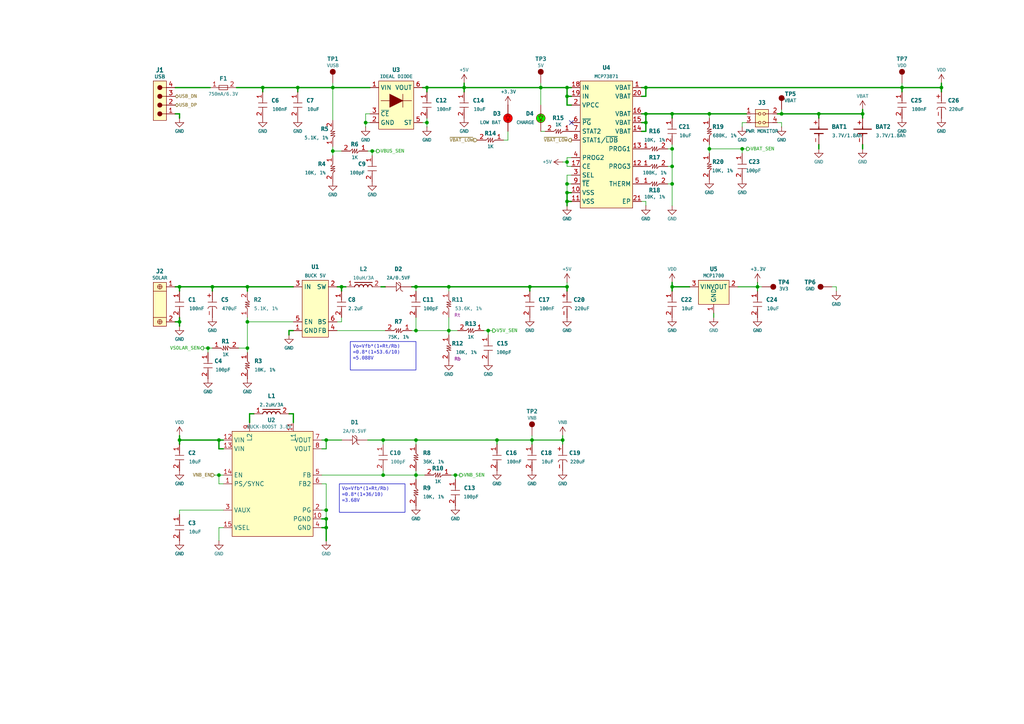
<source format=kicad_sch>
(kicad_sch (version 20231120) (generator "eeschema") (generator_version "8.0")
  (paper "A4")
  (junction (at 187.325 33.02))
  (junction (at 86.36 25.4))
  (junction (at 120.65 137.795))
  (junction (at 164.465 83.185))
  (junction (at 96.52 43.815))
  (junction (at 99.06 83.185))
  (junction (at 141.605 95.885))
  (junction (at 63.5 127.635))
  (junction (at 60.325 100.965))
  (junction (at 120.65 127.635))
  (junction (at 250.19 33.02))
  (junction (at 194.945 33.02))
  (junction (at 76.2 25.4))
  (junction (at 132.08 137.795))
  (junction (at 226.695 33.02))
  (junction (at 187.325 25.4))
  (junction (at 154.305 127.635))
  (junction (at 130.175 95.885))
  (junction (at 237.49 33.02))
  (junction (at 164.465 25.4))
  (junction (at 194.945 43.18))
  (junction (at 219.71 83.185))
  (junction (at 111.125 137.795))
  (junction (at 61.595 83.185))
  (junction (at 52.07 127.635))
  (junction (at 111.125 127.635))
  (junction (at 71.755 93.345))
  (junction (at 123.825 25.4))
  (junction (at 164.465 55.88))
  (junction (at 120.65 95.885))
  (junction (at 120.65 83.185))
  (junction (at 107.95 43.815))
  (junction (at 164.465 53.34))
  (junction (at 134.62 25.4))
  (junction (at 52.07 93.345))
  (junction (at 71.755 100.965))
  (junction (at 194.945 53.34))
  (junction (at 205.74 33.02))
  (junction (at 156.845 25.4))
  (junction (at 94.615 147.955))
  (junction (at 63.5 137.795))
  (junction (at 164.465 46.99))
  (junction (at 261.62 25.4))
  (junction (at 163.195 127.635))
  (junction (at 94.615 150.495))
  (junction (at 144.145 127.635))
  (junction (at 71.755 83.185))
  (junction (at 164.465 58.42))
  (junction (at 130.175 83.185))
  (junction (at 106.045 35.56))
  (junction (at 52.07 83.185))
  (junction (at 96.52 25.4))
  (junction (at 123.825 35.56))
  (junction (at 194.945 48.26))
  (junction (at 164.465 27.94))
  (junction (at 194.945 83.185))
  (junction (at 215.265 43.18))
  (junction (at 187.325 35.56))
  (junction (at 153.67 83.185))
  (junction (at 273.05 25.4))
  (junction (at 94.615 153.035))
  (junction (at 94.615 127.635))
  (junction (at 205.74 43.18))
  (no_connect (at 165.735 35.56))
  (wire (pts (xy 64.77 127.635) (xy 63.5 127.635)) (stroke (width 0.381)))
  (wire (pts (xy 71.755 83.185) (xy 71.755 84.455)) (stroke (width 0.381)))
  (wire (pts (xy 120.65 128.905) (xy 120.65 127.635)))
  (wire (pts (xy 194.945 33.02) (xy 205.74 33.02)) (stroke (width 0.381)))
  (wire (pts (xy 144.145 127.635) (xy 144.145 128.905)) (stroke (width 0.254)))
  (wire (pts (xy 187.325 25.4) (xy 261.62 25.4)) (stroke (width 0.381)))
  (wire (pts (xy 59.055 100.965) (xy 60.325 100.965)))
  (wire (pts (xy 106.045 35.56) (xy 106.045 33.02)))
  (wire (pts (xy 134.62 25.4) (xy 134.62 26.67)) (stroke (width 0.381)))
  (wire (pts (xy 154.305 127.635) (xy 163.195 127.635)) (stroke (width 0.254)))
  (wire (pts (xy 76.2 25.4) (xy 76.2 26.67)) (stroke (width 0.381)))
  (wire (pts (xy 213.995 83.185) (xy 219.71 83.185)) (stroke (width 0.254)))
  (wire (pts (xy 94.615 153.035) (xy 94.615 150.495)) (stroke (width 0.381)))
  (wire (pts (xy 241.3 83.185) (xy 242.57 83.185)))
  (wire (pts (xy 205.74 33.02) (xy 205.74 34.29)))
  (wire (pts (xy 106.045 36.83) (xy 106.045 35.56)))
  (wire (pts (xy 52.07 147.955) (xy 52.07 149.225)))
  (wire (pts (xy 96.52 42.545) (xy 96.52 43.815)))
  (wire (pts (xy 187.325 58.42) (xy 186.055 58.42)))
  (wire (pts (xy 164.465 50.8) (xy 164.465 53.34)))
  (wire (pts (xy 164.465 53.34) (xy 164.465 55.88)))
  (wire (pts (xy 85.09 120.015) (xy 83.82 120.015)) (stroke (width 0.381)))
  (wire (pts (xy 71.755 93.345) (xy 71.755 100.965)))
  (wire (pts (xy 193.675 48.26) (xy 194.945 48.26)))
  (wire (pts (xy 147.32 40.64) (xy 146.05 40.64)))
  (wire (pts (xy 106.045 33.02) (xy 107.315 33.02)))
  (wire (pts (xy 106.68 127.635) (xy 111.125 127.635)) (stroke (width 0.254)))
  (wire (pts (xy 60.325 102.235) (xy 60.325 100.965)))
  (wire (pts (xy 187.325 33.02) (xy 186.055 33.02)) (stroke (width 0.381)))
  (wire (pts (xy 50.8 25.4) (xy 60.96 25.4)) (stroke (width 0.381)))
  (wire (pts (xy 187.325 27.94) (xy 187.325 25.4)) (stroke (width 0.381)))
  (wire (pts (xy 194.945 81.915) (xy 194.945 83.185)) (stroke (width 0.381)))
  (wire (pts (xy 250.19 31.75) (xy 250.19 33.02)) (stroke (width 0.381)))
  (wire (pts (xy 52.07 92.075) (xy 52.07 93.345)) (stroke (width 0.381)))
  (wire (pts (xy 99.06 83.185) (xy 97.79 83.185)) (stroke (width 0.381)))
  (wire (pts (xy 144.145 127.635) (xy 154.305 127.635)) (stroke (width 0.254)))
  (wire (pts (xy 64.77 140.335) (xy 63.5 140.335)))
  (wire (pts (xy 123.825 25.4) (xy 134.62 25.4)) (stroke (width 0.381)))
  (wire (pts (xy 96.52 24.13) (xy 96.52 25.4)))
  (wire (pts (xy 133.35 137.795) (xy 132.08 137.795)))
  (wire (pts (xy 237.49 33.02) (xy 237.49 34.29)) (stroke (width 0.381)))
  (wire (pts (xy 120.65 137.795) (xy 120.65 139.065)))
  (wire (pts (xy 273.05 24.13) (xy 273.05 25.4)) (stroke (width 0.381)))
  (wire (pts (xy 164.465 83.185) (xy 153.67 83.185)) (stroke (width 0.381)))
  (wire (pts (xy 71.755 100.965) (xy 69.215 100.965)))
  (wire (pts (xy 111.125 136.525) (xy 111.125 137.795)))
  (wire (pts (xy 119.38 95.885) (xy 120.65 95.885)))
  (wire (pts (xy 156.845 25.4) (xy 156.845 30.48)))
  (wire (pts (xy 96.52 43.815) (xy 99.06 43.815)))
  (wire (pts (xy 134.62 25.4) (xy 156.845 25.4)) (stroke (width 0.381)))
  (wire (pts (xy 205.74 41.91) (xy 205.74 43.18)))
  (wire (pts (xy 86.36 25.4) (xy 86.36 26.67)) (stroke (width 0.381)))
  (wire (pts (xy 215.265 44.45) (xy 215.265 43.18)))
  (wire (pts (xy 97.79 93.345) (xy 99.06 93.345)))
  (wire (pts (xy 50.8 83.185) (xy 52.07 83.185)) (stroke (width 0.381)))
  (wire (pts (xy 63.5 153.035) (xy 64.77 153.035)))
  (wire (pts (xy 71.755 83.185) (xy 85.09 83.185)) (stroke (width 0.381)))
  (wire (pts (xy 219.71 81.915) (xy 219.71 83.185)) (stroke (width 0.254)))
  (wire (pts (xy 130.175 83.185) (xy 153.67 83.185)) (stroke (width 0.381)))
  (wire (pts (xy 164.465 27.94) (xy 165.735 27.94)) (stroke (width 0.381)))
  (wire (pts (xy 120.65 95.885) (xy 130.175 95.885)))
  (wire (pts (xy 99.06 83.185) (xy 100.33 83.185)) (stroke (width 0.381)))
  (wire (pts (xy 111.76 95.885) (xy 97.79 95.885)))
  (wire (pts (xy 111.76 83.185) (xy 110.49 83.185)) (stroke (width 0.381)))
  (wire (pts (xy 52.07 83.185) (xy 61.595 83.185)) (stroke (width 0.381)))
  (wire (pts (xy 122.555 35.56) (xy 123.825 35.56)))
  (wire (pts (xy 194.945 59.69) (xy 194.945 53.34)))
  (wire (pts (xy 62.23 137.795) (xy 63.5 137.795)))
  (wire (pts (xy 164.465 48.26) (xy 164.465 46.99)))
  (wire (pts (xy 93.345 140.335) (xy 94.615 140.335)))
  (wire (pts (xy 63.5 137.795) (xy 64.77 137.795)))
  (wire (pts (xy 215.265 43.18) (xy 205.74 43.18)))
  (wire (pts (xy 226.695 33.02) (xy 237.49 33.02)) (stroke (width 0.381)))
  (wire (pts (xy 71.755 100.965) (xy 71.755 102.235)))
  (wire (pts (xy 76.2 25.4) (xy 68.58 25.4)) (stroke (width 0.381)))
  (wire (pts (xy 225.425 33.02) (xy 226.695 33.02)) (stroke (width 0.381)))
  (wire (pts (xy 130.175 84.455) (xy 130.175 83.185)))
  (wire (pts (xy 194.945 41.91) (xy 194.945 43.18)))
  (wire (pts (xy 187.325 35.56) (xy 187.325 33.02)) (stroke (width 0.381)))
  (wire (pts (xy 93.345 127.635) (xy 94.615 127.635)) (stroke (width 0.254)))
  (wire (pts (xy 154.305 126.365) (xy 154.305 127.635)))
  (wire (pts (xy 93.345 130.175) (xy 94.615 130.175)) (stroke (width 0.254)))
  (wire (pts (xy 120.65 92.075) (xy 120.65 95.885)))
  (wire (pts (xy 93.345 153.035) (xy 94.615 153.035)) (stroke (width 0.381)))
  (wire (pts (xy 132.08 139.065) (xy 132.08 137.795)))
  (wire (pts (xy 226.695 31.75) (xy 226.695 33.02)))
  (wire (pts (xy 164.465 46.99) (xy 164.465 45.72)))
  (wire (pts (xy 261.62 24.13) (xy 261.62 25.4)))
  (wire (pts (xy 165.735 50.8) (xy 164.465 50.8)))
  (wire (pts (xy 153.67 83.185) (xy 153.67 84.455)) (stroke (width 0.381)))
  (wire (pts (xy 216.535 43.18) (xy 215.265 43.18)))
  (wire (pts (xy 164.465 81.915) (xy 164.465 83.185)))
  (wire (pts (xy 186.055 27.94) (xy 187.325 27.94)) (stroke (width 0.381)))
  (wire (pts (xy 237.49 33.02) (xy 250.19 33.02)) (stroke (width 0.381)))
  (wire (pts (xy 273.05 26.67) (xy 273.05 25.4)) (stroke (width 0.381)))
  (wire (pts (xy 86.36 25.4) (xy 76.2 25.4)) (stroke (width 0.381)))
  (wire (pts (xy 94.615 127.635) (xy 99.06 127.635)) (stroke (width 0.254)))
  (wire (pts (xy 94.615 150.495) (xy 94.615 147.955)))
  (wire (pts (xy 130.175 95.885) (xy 130.175 92.075)))
  (wire (pts (xy 93.345 150.495) (xy 94.615 150.495)) (stroke (width 0.381)))
  (wire (pts (xy 52.07 94.615) (xy 52.07 93.345)) (stroke (width 0.381)))
  (wire (pts (xy 220.98 83.185) (xy 219.71 83.185)))
  (wire (pts (xy 194.945 43.18) (xy 193.675 43.18)))
  (wire (pts (xy 71.755 92.075) (xy 71.755 93.345)))
  (wire (pts (xy 163.195 46.99) (xy 164.465 46.99)))
  (wire (pts (xy 261.62 25.4) (xy 261.62 26.67)) (stroke (width 0.381)))
  (wire (pts (xy 52.07 126.365) (xy 52.07 127.635)) (stroke (width 0.381)))
  (wire (pts (xy 52.07 127.635) (xy 52.07 128.905)) (stroke (width 0.381)))
  (wire (pts (xy 164.465 25.4) (xy 164.465 27.94)) (stroke (width 0.381)))
  (wire (pts (xy 83.82 97.155) (xy 83.82 95.885)) (stroke (width 0.381)))
  (wire (pts (xy 130.81 137.795) (xy 132.08 137.795)))
  (wire (pts (xy 106.68 43.815) (xy 107.95 43.815)))
  (wire (pts (xy 64.77 130.175) (xy 63.5 130.175)) (stroke (width 0.381)))
  (wire (pts (xy 205.74 44.45) (xy 205.74 43.18)))
  (wire (pts (xy 250.19 43.18) (xy 250.19 41.91)) (stroke (width 0.381)))
  (wire (pts (xy 147.32 38.1) (xy 147.32 40.64)))
  (wire (pts (xy 226.695 36.83) (xy 226.695 35.56)))
  (wire (pts (xy 72.39 120.015) (xy 73.66 120.015)) (stroke (width 0.381)))
  (wire (pts (xy 71.755 93.345) (xy 85.09 93.345)))
  (wire (pts (xy 158.115 38.1) (xy 156.845 38.1)))
  (wire (pts (xy 273.05 25.4) (xy 261.62 25.4)) (stroke (width 0.381)))
  (wire (pts (xy 187.325 25.4) (xy 186.055 25.4)) (stroke (width 0.381)))
  (wire (pts (xy 226.695 35.56) (xy 225.425 35.56)))
  (wire (pts (xy 52.07 34.29) (xy 52.07 33.02)) (stroke (width 0.381)))
  (wire (pts (xy 63.5 127.635) (xy 63.5 130.175)) (stroke (width 0.381)))
  (wire (pts (xy 85.09 122.555) (xy 85.09 120.015)) (stroke (width 0.381)))
  (wire (pts (xy 194.945 48.26) (xy 194.945 43.18)))
  (wire (pts (xy 52.07 33.02) (xy 50.8 33.02)) (stroke (width 0.381)))
  (wire (pts (xy 242.57 83.185) (xy 242.57 84.455)))
  (wire (pts (xy 123.825 26.67) (xy 123.825 25.4)) (stroke (width 0.381)))
  (wire (pts (xy 187.325 59.69) (xy 187.325 58.42)))
  (wire (pts (xy 164.465 58.42) (xy 164.465 55.88)) (stroke (width 0.381)))
  (wire (pts (xy 205.74 33.02) (xy 216.535 33.02)) (stroke (width 0.381)))
  (wire (pts (xy 215.265 35.56) (xy 216.535 35.56)))
  (wire (pts (xy 219.71 83.185) (xy 219.71 84.455)) (stroke (width 0.254)))
  (wire (pts (xy 163.195 126.365) (xy 163.195 127.635)) (stroke (width 0.254)))
  (wire (pts (xy 52.07 83.185) (xy 52.07 84.455)) (stroke (width 0.381)))
  (wire (pts (xy 164.465 55.88) (xy 165.735 55.88)) (stroke (width 0.381)))
  (wire (pts (xy 120.65 83.185) (xy 130.175 83.185)) (stroke (width 0.381)))
  (wire (pts (xy 194.945 33.02) (xy 194.945 34.29)) (stroke (width 0.381)))
  (wire (pts (xy 94.615 140.335) (xy 94.615 147.955)))
  (wire (pts (xy 63.5 140.335) (xy 63.5 137.795)))
  (wire (pts (xy 123.825 34.29) (xy 123.825 35.56)))
  (wire (pts (xy 207.01 90.805) (xy 207.01 92.075)) (stroke (width 0.254)))
  (wire (pts (xy 193.675 53.34) (xy 194.945 53.34)))
  (wire (pts (xy 94.615 147.955) (xy 93.345 147.955)))
  (wire (pts (xy 140.335 95.885) (xy 141.605 95.885)))
  (wire (pts (xy 109.22 43.815) (xy 107.95 43.815)))
  (wire (pts (xy 96.52 25.4) (xy 96.52 34.925)))
  (wire (pts (xy 72.39 122.555) (xy 72.39 120.015)) (stroke (width 0.381)))
  (wire (pts (xy 120.65 127.635) (xy 144.145 127.635)) (stroke (width 0.254)))
  (wire (pts (xy 61.595 100.965) (xy 60.325 100.965)))
  (wire (pts (xy 141.605 97.155) (xy 141.605 95.885)))
  (wire (pts (xy 194.945 83.185) (xy 194.945 84.455)) (stroke (width 0.381)))
  (wire (pts (xy 250.19 34.29) (xy 250.19 33.02)) (stroke (width 0.381)))
  (wire (pts (xy 130.175 95.885) (xy 132.715 95.885)))
  (wire (pts (xy 165.735 30.48) (xy 164.465 30.48)) (stroke (width 0.381)))
  (wire (pts (xy 165.735 48.26) (xy 164.465 48.26)))
  (wire (pts (xy 186.055 35.56) (xy 187.325 35.56)) (stroke (width 0.381)))
  (wire (pts (xy 165.735 53.34) (xy 164.465 53.34)))
  (wire (pts (xy 156.845 24.13) (xy 156.845 25.4)))
  (wire (pts (xy 215.265 36.83) (xy 215.265 35.56)))
  (wire (pts (xy 99.06 93.345) (xy 99.06 92.075)))
  (wire (pts (xy 96.52 43.815) (xy 96.52 45.085)))
  (wire (pts (xy 194.945 53.34) (xy 194.945 48.26)))
  (wire (pts (xy 187.325 33.02) (xy 194.945 33.02)) (stroke (width 0.381)))
  (wire (pts (xy 111.125 127.635) (xy 111.125 128.905)))
  (wire (pts (xy 63.5 156.845) (xy 63.5 153.035)))
  (wire (pts (xy 94.615 156.845) (xy 94.615 153.035)) (stroke (width 0.381)))
  (wire (pts (xy 164.465 27.94) (xy 164.465 30.48)) (stroke (width 0.381)))
  (wire (pts (xy 61.595 83.185) (xy 71.755 83.185)) (stroke (width 0.381)))
  (wire (pts (xy 163.195 128.905) (xy 163.195 127.635)) (stroke (width 0.254)))
  (wire (pts (xy 134.62 24.13) (xy 134.62 25.4)) (stroke (width 0.381)))
  (wire (pts (xy 96.52 25.4) (xy 107.315 25.4)) (stroke (width 0.381)))
  (wire (pts (xy 93.345 137.795) (xy 111.125 137.795)))
  (wire (pts (xy 142.875 95.885) (xy 141.605 95.885)))
  (wire (pts (xy 120.65 127.635) (xy 111.125 127.635)) (stroke (width 0.254)))
  (wire (pts (xy 164.465 59.69) (xy 164.465 58.42)) (stroke (width 0.381)))
  (wire (pts (xy 187.325 38.1) (xy 187.325 35.56)) (stroke (width 0.381)))
  (wire (pts (xy 107.95 45.085) (xy 107.95 43.815)))
  (wire (pts (xy 63.5 127.635) (xy 52.07 127.635)) (stroke (width 0.381)))
  (wire (pts (xy 130.175 95.885) (xy 130.175 97.155)))
  (wire (pts (xy 106.045 35.56) (xy 107.315 35.56)))
  (wire (pts (xy 120.65 137.795) (xy 120.65 136.525)))
  (wire (pts (xy 120.65 83.185) (xy 120.65 84.455)))
  (wire (pts (xy 64.77 147.955) (xy 52.07 147.955)))
  (wire (pts (xy 154.305 127.635) (xy 154.305 128.905)) (stroke (width 0.254)))
  (wire (pts (xy 237.49 43.18) (xy 237.49 41.91)) (stroke (width 0.381)))
  (wire (pts (xy 164.465 25.4) (xy 165.735 25.4)) (stroke (width 0.381)))
  (wire (pts (xy 111.125 137.795) (xy 120.65 137.795)))
  (wire (pts (xy 83.82 95.885) (xy 85.09 95.885)) (stroke (width 0.381)))
  (wire (pts (xy 164.465 58.42) (xy 165.735 58.42)) (stroke (width 0.381)))
  (wire (pts (xy 186.055 38.1) (xy 187.325 38.1)) (stroke (width 0.381)))
  (wire (pts (xy 99.06 84.455) (xy 99.06 83.185)) (stroke (width 0.381)))
  (wire (pts (xy 52.07 93.345) (xy 50.8 93.345)) (stroke (width 0.381)))
  (wire (pts (xy 123.825 36.83) (xy 123.825 35.56)))
  (wire (pts (xy 164.465 83.185) (xy 164.465 84.455)) (stroke (width 0.381)))
  (wire (pts (xy 123.825 25.4) (xy 122.555 25.4)) (stroke (width 0.381)))
  (wire (pts (xy 94.615 130.175) (xy 94.615 127.635)) (stroke (width 0.254)))
  (wire (pts (xy 200.025 83.185) (xy 194.945 83.185)) (stroke (width 0.381)))
  (wire (pts (xy 120.65 137.795) (xy 123.19 137.795)))
  (wire (pts (xy 164.465 45.72) (xy 165.735 45.72)))
  (wire (pts (xy 61.595 84.455) (xy 61.595 83.185)) (stroke (width 0.381)))
  (wire (pts (xy 119.38 83.185) (xy 120.65 83.185)) (stroke (width 0.381)))
  (wire (pts (xy 86.36 25.4) (xy 96.52 25.4)) (stroke (width 0.381)))
  (wire (pts (xy 156.845 25.4) (xy 164.465 25.4)) (stroke (width 0.381)))
  (text_box "Vo=Vfb*(1+Rt/Rb)\n=0.8*(1+53.6/10)\n=5.088V" (at 101.6 99.06 0) (size 19.05 8.255) (effects (font (size 1.016 1.016)) (justify left top)))
  (text_box "Vo=Vfb*(1+Rt/Rb)\n=0.8*(1+36/10)\n=3.68V" (at 98.425 140.335 0) (size 19.05 8.255) (effects (font (size 1.016 1.016)) (justify left top)))
  (hierarchical_label "VNB_EN" (shape input) (at 62.23 137.795 180) (effects (font (size 1.016 1.016))))
  (hierarchical_label "VSOLAR_SEN" (shape output) (at 59.055 100.965 180) (effects (font (size 1.016 1.016))))
  (hierarchical_label "USB_DN" (shape bidirectional) (at 50.8 27.94 0) (effects (font (size 1.016 1.016))))
  (hierarchical_label "~{VBAT_LOW}" (shape output) (at 165.735 40.64 180) (effects (font (size 1.016 1.016))))
  (hierarchical_label "VBAT_SEN" (shape output) (at 216.535 43.18 0) (effects (font (size 1.016 1.016))))
  (hierarchical_label "V5V_SEN" (shape output) (at 142.875 95.885 0) (effects (font (size 1.016 1.016))))
  (hierarchical_label "VNB_SEN" (shape output) (at 133.35 137.795 0) (effects (font (size 1.016 1.016))))
  (hierarchical_label "USB_DP" (shape bidirectional) (at 50.8 30.48 0) (effects (font (size 1.016 1.016))))
  (hierarchical_label "VBUS_SEN" (shape output) (at 109.22 43.815 0) (effects (font (size 1.016 1.016))))
  (hierarchical_label "~{VBAT_LOW}" (shape input) (at 138.43 40.64 180) (effects (font (size 1.016 1.016))))
  (symbol (lib_id "power:GND") (at 237.49 43.18 0) (unit 1)
    (property "Reference" "#PWR045" (effects (hide yes)))
    (property "Value" "GND" (at 237.49 46.99 0) (effects (font (size 1.016 1.016))))
    (property "Description" "Power symbol creates a global label with name \"GND\" , ground" (effects (hide yes)))
  )
  (symbol (lib_id "power:GND") (at 106.045 36.83 0) (unit 1)
    (property "Reference" "#PWR015" (effects (hide yes)))
    (property "Value" "GND" (at 106.045 40.64 0) (effects (font (size 1.016 1.016))))
    (property "Description" "Power symbol creates a global label with name \"GND\" , ground" (effects (hide yes)))
  )
  (symbol (lib_id "power:GND") (at 207.01 92.075 0) (unit 1)
    (property "Reference" "#PWR039" (effects (hide yes)))
    (property "Value" "GND" (at 207.01 95.885 0) (effects (font (size 1.016 1.016))))
    (property "Description" "Power symbol creates a global label with name \"GND\" , ground" (effects (hide yes)))
  )
  (symbol (lib_id "power:VDD") (at 194.945 81.915 0) (unit 1)
    (property "Reference" "#PWR036" (effects (hide yes)))
    (property "Value" "VDD" (at 194.945 78.105 0) (effects (font (size 1.016 1.016))))
    (property "Description" "Power symbol creates a global label with name \"VDD\"" (effects (hide yes)))
  )
  (symbol (lib_id "SAMPI:CERCAP") (at 129.54 141.605 90) (mirror x) (unit 1)
    (property "Reference" "C13" (at 137.795 141.605 90) (effects (font (bold yes)) (justify left)))
    (property "Value" "100pF" (at 139.065 144.145 90) (effects (font (size 1.016 1.016)) (justify left)))
    (property "Footprint" "SAMPI:CAP0603" (effects (hide yes)))
    (property "Description" "CAP CER 100PF 50V C0G/NP0 0603" (effects (hide yes)))
    (property "MNP" "CL10C101JB8NNNC" (effects (hide yes)))
    (property "Price" "0.0083" (effects (hide yes)))
    (property "Stock Link" "https://www.thegioiic.com/tu-gom-0603-100pf-50v" (effects (hide yes)))
    (property "MFT" "Samsung" (effects (hide yes)))
    (property "Check" "oke" (effects (hide yes)))
  )
  (symbol (lib_id "SAMPI:CERCAP") (at 264.16 29.21 270) (unit 1)
    (property "Reference" "C25" (at 264.16 29.2099 90) (effects (font (bold yes)) (justify left)))
    (property "Value" "100nF" (at 264.16 31.7499 90) (effects (font (size 1.016 1.016)) (justify left)))
    (property "Footprint" "SAMPI:CAP0603" (effects (hide yes)))
    (property "Description" "CAP CER 0.1UF 25V X7R 0603" (effects (hide yes)))
    (property "MNP" "CL10B104KA8NNNC" (effects (hide yes)))
    (property "Price" "0.0083" (effects (hide yes)))
    (property "Stock Link" "https://www.thegioiic.com/tu-gom-0603-100nf-0-1uf-25v" (effects (hide yes)))
    (property "MFT" "Samsung" (effects (hide yes)))
    (property "Check" "oke" (effects (hide yes)))
  )
  (symbol (lib_id "SAMPI:DIODE_IDEAL_LM66100") (at 107.315 20.32 0) (unit 1)
    (property "Reference" "U3" (at 114.935 20.32 0) (effects (font (bold yes))))
    (property "Value" "IDEAL DIODE" (at 114.935 22.225 0) (effects (font (size 1.016 1.016))))
    (property "Footprint" "SAMPI:SOT363" (effects (hide yes)))
    (property "Description" "IC OR CTRLR IDEAL DIODE SC70-6" (effects (hide yes)))
    (property "MNP" "LM66100DCKR" (effects (hide yes)))
    (property "Price" "0.41" (effects (hide yes)))
    (property "Stock Link" "https://www.digikey.com/en/products/detail/texas-instruments/LM66100DCKR/10273183" (effects (hide yes)))
    (property "MFT" "TI" (effects (hide yes)))
  )
  (symbol (lib_id "power:GND") (at 215.265 52.07 0) (mirror y) (unit 1)
    (property "Reference" "#PWR041" (effects (hide yes)))
    (property "Value" "GND" (at 215.265 55.88 0) (effects (font (size 1.016 1.016))))
    (property "Description" "Power symbol creates a global label with name \"GND\" , ground" (effects (hide yes)))
  )
  (symbol (lib_id "SAMPI:CERCAP") (at 156.21 86.995 270) (unit 1)
    (property "Reference" "C17" (at 156.21 86.9949 90) (effects (font (bold yes)) (justify left)))
    (property "Value" "100nF" (at 156.21 89.5349 90) (effects (font (size 1.016 1.016)) (justify left)))
    (property "Footprint" "SAMPI:CAP0603" (effects (hide yes)))
    (property "Description" "CAP CER 0.1UF 25V X7R 0603" (effects (hide yes)))
    (property "MNP" "CL10B104KA8NNNC" (effects (hide yes)))
    (property "Price" "0.0083" (effects (hide yes)))
    (property "Stock Link" "https://www.thegioiic.com/tu-gom-0603-100nf-0-1uf-25v" (effects (hide yes)))
    (property "MFT" "Samsung" (effects (hide yes)))
    (property "Check" "oke" (effects (hide yes)))
  )
  (symbol (lib_id "power:GND") (at 134.62 34.29 0) (unit 1)
    (property "Reference" "#PWR022" (effects (hide yes)))
    (property "Value" "GND" (at 134.62 38.1 0) (effects (font (size 1.016 1.016))))
    (property "Description" "Power symbol creates a global label with name \"GND\" , ground" (effects (hide yes)))
  )
  (symbol (lib_id "SAMPI:RES") (at 132.715 86.995 270) (unit 1)
    (property "Reference" "R11" (at 132.715 86.995 90) (effects (font (bold yes))))
    (property "Value" "53.6K, 1%" (at 135.89 89.535 90) (effects (font (size 1.016 1.016))))
    (property "Footprint" "SAMPI:RES0603" (effects (hide yes)))
    (property "Description" "RES SMD 53.6K OHM 1% 1/10W 0603" (effects (hide yes)))
    (property "MNP" "RC0603FR-0753K6L" (effects (hide yes)))
    (property "Note" "Rt" (at 132.715 91.44 90) (effects (font (size 1.016 1.016))))
    (property "Price" "0.002" (effects (hide yes)))
    (property "Stock Link" "https://www.thegioiic.com/dien-tro-53-6-kohm-0603-1-" (effects (hide yes)))
    (property "MFT" "YAGEO" (effects (hide yes)))
    (property "Check" "oke" (effects (hide yes)))
  )
  (symbol (lib_id "SAMPI:CERCAP") (at 62.865 104.775 270) (unit 1)
    (property "Reference" "C4" (at 62.23 104.775 90) (effects (font (bold yes)) (justify left)))
    (property "Value" "100pF" (at 62.23 107.315 90) (effects (font (size 1.016 1.016)) (justify left)))
    (property "Footprint" "SAMPI:CAP0603" (effects (hide yes)))
    (property "Description" "CAP CER 100PF 50V C0G/NP0 0603" (effects (hide yes)))
    (property "MNP" "CL10C101JB8NNNC" (effects (hide yes)))
    (property "Price" "0.0083" (effects (hide yes)))
    (property "Stock Link" "https://www.thegioiic.com/tu-gom-0603-100pf-50v" (effects (hide yes)))
    (property "MFT" "Samsung" (effects (hide yes)))
    (property "Check" "oke" (effects (hide yes)))
  )
  (symbol (lib_id "power:GND") (at 61.595 92.075 0) (unit 1)
    (property "Reference" "#PWR07" (effects (hide yes)))
    (property "Value" "GND" (at 61.595 95.885 0) (effects (font (size 1.016 1.016))))
    (property "Description" "Power symbol creates a global label with name \"GND\" , ground" (effects (hide yes)))
  )
  (symbol (lib_id "SAMPI:CERCAP") (at 156.845 131.445 270) (unit 1)
    (property "Reference" "C18" (at 156.845 131.4449 90) (effects (font (bold yes)) (justify left)))
    (property "Value" "10uF" (at 156.845 133.9849 90) (effects (font (size 1.016 1.016)) (justify left)))
    (property "Footprint" "SAMPI:CAP0805" (effects (hide yes)))
    (property "Description" "CAP CER 10UF 16V X5R 0805" (effects (hide yes)))
    (property "MNP" "CL21A106KOQNNNE" (effects (hide yes)))
    (property "Price" "0.017" (effects (hide yes)))
    (property "Stock Link" "https://www.thegioiic.com/tu-gom-0805-10uf-16v" (effects (hide yes)))
    (property "MFT" "Samsung" (effects (hide yes)))
    (property "Check" "oke" (effects (hide yes)))
  )
  (symbol (lib_id "SAMPI:RES") (at 188.595 40.64 0) (unit 1)
    (property "Reference" "R16" (at 189.865 38.1 0) (effects (font (bold yes))))
    (property "Value" "10K, 1%" (at 189.865 40.64 0) (effects (font (size 1.016 1.016))))
    (property "Footprint" "SAMPI:RES0603" (effects (hide yes)))
    (property "Description" "RES SMD 10K OHM 1% 1/10W 0603" (effects (hide yes)))
    (property "MNP" "RC0603FR-0710KL" (effects (hide yes)))
    (property "Price" "0.002" (effects (hide yes)))
    (property "Stock Link" "https://www.thegioiic.com/dien-tro-10-kohm-0603-1-" (effects (hide yes)))
    (property "MFT" "YAGEO" (effects (hide yes)))
    (property "Check" "oke" (effects (hide yes)))
  )
  (symbol (lib_id "power:GND") (at 226.695 36.83 0) (unit 1)
    (property "Reference" "#PWR044" (effects (hide yes)))
    (property "Value" "GND" (at 226.695 40.64 0) (effects (font (size 1.016 1.016))))
    (property "Description" "Power symbol creates a global label with name \"GND\" , ground" (effects (hide yes)))
  )
  (symbol (lib_id "power:GND") (at 194.945 92.075 0) (unit 1)
    (property "Reference" "#PWR037" (effects (hide yes)))
    (property "Value" "GND" (at 194.945 95.885 0) (effects (font (size 1.016 1.016))))
    (property "Description" "Power symbol creates a global label with name \"GND\" , ground" (effects (hide yes)))
  )
  (symbol (lib_id "SAMPI:IND_HC") (at 73.66 114.935 0) (unit 1)
    (property "Reference" "L1" (at 78.74 114.935 0) (effects (font (bold yes))))
    (property "Value" "2.2uH/3A" (at 78.74 117.475 0) (effects (font (size 1.016 1.016))))
    (property "Footprint" "SAMPI:IND5852" (effects (hide yes)))
    (property "Description" "FIXED IND 2.2UH 4.35A 31MOHM SMD 5852" (effects (hide yes)))
    (property "Price" "0.044" (effects (hide yes)))
    (property "Stock Link" "https://www.thegioiic.com/cuon-cam-dan-smd-cd53-5852-2r2-2-2uh-3-5a" (effects (hide yes)))
    (property "MFT" "Bourns" (effects (hide yes)))
    (property "MNP" "SDE0604A-2R2M" (effects (hide yes)))
    (property "Check" "oke" (effects (hide yes)))
  )
  (symbol (lib_id "SAMPI:TPS630701") (at 67.31 125.095 0) (unit 1)
    (property "Reference" "U2" (at 78.74 121.92 0) (effects (font (bold yes))))
    (property "Value" "BUCK-BOOST 3.8V" (at 78.105 123.825 0) (effects (font (size 1.016 1.016))))
    (property "Footprint" "SAMPI:PowerVQFN15_TI" (effects (hide yes)))
    (property "Description" "IC REG BCK BST 5V 2A 15VQFN" (effects (hide yes)))
    (property "Price" "1.89" (effects (hide yes)))
    (property "Stock Link" "https://www.digikey.com/en/products/detail/texas-instruments/TPS630701RNMR/6175215" (effects (hide yes)))
    (property "MFT" "TI" (effects (hide yes)))
    (property "MNP" "TPS630701RNMR" (effects (hide yes)))
  )
  (symbol (lib_id "power:GND") (at 130.175 104.775 0) (unit 1)
    (property "Reference" "#PWR019" (effects (hide yes)))
    (property "Value" "GND" (at 130.175 108.585 0) (effects (font (size 1.016 1.016))))
    (property "Description" "Power symbol creates a global label with name \"GND\" , ground" (effects (hide yes)))
  )
  (symbol (lib_id "SAMPI:RES") (at 128.27 140.335 180) (unit 1)
    (property "Reference" "R10" (at 127 135.89 0) (effects (font (bold yes))))
    (property "Value" "1K" (at 127 139.7 0) (effects (font (size 1.016 1.016))))
    (property "Footprint" "SAMPI:RES0603" (effects (hide yes)))
    (property "Description" "RES SMD 1K OHM 5% 1/10W 0603" (effects (hide yes)))
    (property "MNP" "AC0603JR-071KL" (effects (hide yes)))
    (property "Price" "0.0014" (effects (hide yes)))
    (property "Stock Link" "https://www.thegioiic.com/dien-tro-1-kohm-0603-5-" (effects (hide yes)))
    (property "MFT" "YAGEO" (effects (hide yes)))
    (property "Check" "oke" (effects (hide yes)))
  )
  (symbol (lib_id "SAMPI:CERCAP") (at 126.365 29.21 270) (unit 1)
    (property "Reference" "C12" (at 126.365 29.2099 90) (effects (font (bold yes)) (justify left)))
    (property "Value" "100nF" (at 126.365 31.7499 90) (effects (font (size 1.016 1.016)) (justify left)))
    (property "Footprint" "SAMPI:CAP0603" (effects (hide yes)))
    (property "Description" "CAP CER 0.1UF 25V X7R 0603" (effects (hide yes)))
    (property "MNP" "CL10B104KA8NNNC" (effects (hide yes)))
    (property "Price" "0.0083" (effects (hide yes)))
    (property "Stock Link" "https://www.thegioiic.com/tu-gom-0603-100nf-0-1uf-25v" (effects (hide yes)))
    (property "MFT" "Samsung" (effects (hide yes)))
    (property "Check" "oke" (effects (hide yes)))
  )
  (symbol (lib_id "power:VDD") (at 52.07 126.365 0) (unit 1)
    (property "Reference" "#PWR03" (effects (hide yes)))
    (property "Value" "VDD" (at 52.07 122.555 0) (effects (font (size 1.016 1.016))))
    (property "Description" "Power symbol creates a global label with name \"VDD\"" (effects (hide yes)))
  )
  (symbol (lib_id "power:GND") (at 94.615 156.845 0) (unit 1)
    (property "Reference" "#PWR013" (effects (hide yes)))
    (property "Value" "GND" (at 94.615 160.655 0) (effects (font (size 1.016 1.016))))
    (property "Description" "Power symbol creates a global label with name \"GND\" , ground" (effects (hide yes)))
  )
  (symbol (lib_id "power:+5V") (at 164.465 81.915 0) (unit 1)
    (property "Reference" "#PWR032" (effects (hide yes)))
    (property "Value" "+5V" (at 164.465 78.105 0) (effects (font (size 1.016 1.016))))
    (property "Description" "Power symbol creates a global label with name \"+5V\"" (effects (hide yes)))
  )
  (symbol (lib_id "power:GND") (at 52.07 94.615 0) (unit 1)
    (property "Reference" "#PWR02" (effects (hide yes)))
    (property "Value" "GND" (at 52.07 98.425 0) (effects (font (size 1.016 1.016))))
    (property "Description" "Power symbol creates a global label with name \"GND\" , ground" (effects (hide yes)))
  )
  (symbol (lib_id "power:GND") (at 123.825 36.83 0) (unit 1)
    (property "Reference" "#PWR018" (effects (hide yes)))
    (property "Value" "GND" (at 123.825 40.64 0) (effects (font (size 1.016 1.016))))
    (property "Description" "Power symbol creates a global label with name \"GND\" , ground" (effects (hide yes)))
  )
  (symbol (lib_id "power:+5V") (at 163.195 46.99 90) (unit 1)
    (property "Reference" "#PWR028" (effects (hide yes)))
    (property "Value" "+5V" (at 158.75 46.99 90) (effects (font (size 1.016 1.016))))
    (property "Description" "Power symbol creates a global label with name \"+5V\"" (effects (hide yes)))
  )
  (symbol (lib_id "SAMPI:CERCAP") (at 197.485 86.995 270) (unit 1)
    (property "Reference" "C22" (at 197.485 86.9949 90) (effects (font (bold yes)) (justify left)))
    (property "Value" "10uF" (at 197.485 89.5349 90) (effects (font (size 1.016 1.016)) (justify left)))
    (property "Footprint" "SAMPI:CAP0805" (effects (hide yes)))
    (property "Description" "CAP CER 10UF 16V X5R 0805" (effects (hide yes)))
    (property "MNP" "CL21A106KOQNNNE" (effects (hide yes)))
    (property "Price" "0.017" (effects (hide yes)))
    (property "Stock Link" "https://www.thegioiic.com/tu-gom-0805-10uf-16v" (effects (hide yes)))
    (property "MFT" "Samsung" (effects (hide yes)))
    (property "Check" "oke" (effects (hide yes)))
  )
  (symbol (lib_id "power:GND") (at 219.71 92.075 0) (unit 1)
    (property "Reference" "#PWR043" (effects (hide yes)))
    (property "Value" "GND" (at 219.71 95.885 0) (effects (font (size 1.016 1.016))))
    (property "Description" "Power symbol creates a global label with name \"GND\" , ground" (effects (hide yes)))
  )
  (symbol (lib_id "power:GND") (at 144.145 136.525 0) (unit 1)
    (property "Reference" "#PWR024" (effects (hide yes)))
    (property "Value" "GND" (at 144.145 140.335 0) (effects (font (size 1.016 1.016))))
    (property "Description" "Power symbol creates a global label with name \"GND\" , ground" (effects (hide yes)))
  )
  (symbol (lib_id "SAMPI:CERCAP") (at 101.6 86.995 270) (unit 1)
    (property "Reference" "C8" (at 100.965 86.9949 90) (effects (font (bold yes)) (justify left)))
    (property "Value" "2.2uF" (at 100.965 89.5349 90) (effects (font (size 1.016 1.016)) (justify left)))
    (property "Footprint" "SAMPI:CAP0603" (effects (hide yes)))
    (property "Description" "CAP CER 2.2UF 10V X7R 0603" (effects (hide yes)))
    (property "MNP" "CL10B225KP8NNNC" (effects (hide yes)))
    (property "Price" "0.018" (effects (hide yes)))
    (property "Stock Link" "https://www.thegioiic.com/tu-gom-0603-2-2uf-10v" (effects (hide yes)))
    (property "MFT" "Samsung" (effects (hide yes)))
    (property "Check" "oke" (effects (hide yes)))
  )
  (symbol (lib_id "SAMPI:RES") (at 188.595 50.8 0) (unit 1)
    (property "Reference" "R18" (at 189.865 55.245 0) (effects (font (bold yes))))
    (property "Value" "10K, 1%" (at 189.865 57.15 0) (effects (font (size 1.016 1.016))))
    (property "Footprint" "SAMPI:RES0603" (effects (hide yes)))
    (property "Description" "RES SMD 10K OHM 1% 1/10W 0603" (effects (hide yes)))
    (property "MNP" "RC0603FR-0710KL" (effects (hide yes)))
    (property "Price" "0.002" (effects (hide yes)))
    (property "Stock Link" "https://www.thegioiic.com/dien-tro-10-kohm-0603-1-" (effects (hide yes)))
    (property "MFT" "YAGEO" (effects (hide yes)))
    (property "Check" "oke" (effects (hide yes)))
  )
  (symbol (lib_id "SAMPI:CERCAP") (at 222.25 86.995 270) (unit 1)
    (property "Reference" "C24" (at 222.25 86.9949 90) (effects (font (bold yes)) (justify left)))
    (property "Value" "10uF" (at 222.25 89.5349 90) (effects (font (size 1.016 1.016)) (justify left)))
    (property "Footprint" "SAMPI:CAP0805" (effects (hide yes)))
    (property "Description" "CAP CER 10UF 16V X5R 0805" (effects (hide yes)))
    (property "MNP" "CL21A106KOQNNNE" (effects (hide yes)))
    (property "Price" "0.017" (effects (hide yes)))
    (property "Stock Link" "https://www.thegioiic.com/tu-gom-0805-10uf-16v" (effects (hide yes)))
    (property "MFT" "Samsung" (effects (hide yes)))
    (property "Check" "oke" (effects (hide yes)))
  )
  (symbol (lib_id "SAMPI:TESTPOINT") (at 261.62 21.59 0) (unit 1) (in_bom no)
    (property "Reference" "TP7" (at 261.62 17.145 0) (effects (font (bold yes))))
    (property "Value" "VDD" (at 261.62 19.05 0) (effects (font (size 1.016 1.016))))
    (property "Footprint" "SAMPI:TP1MM" (effects (hide yes)))
  )
  (symbol (lib_id "power:GND") (at 52.07 34.29 0) (unit 1)
    (property "Reference" "#PWR01" (effects (hide yes)))
    (property "Value" "GND" (at 52.07 38.1 0) (effects (font (size 1.016 1.016))))
    (property "Description" "Power symbol creates a global label with name \"GND\" , ground" (effects (hide yes)))
  )
  (symbol (lib_id "SAMPI:CERCAP") (at 54.61 131.445 270) (unit 1)
    (property "Reference" "C2" (at 54.61 131.4449 90) (effects (font (bold yes)) (justify left)))
    (property "Value" "10uF" (at 54.61 133.9849 90) (effects (font (size 1.016 1.016)) (justify left)))
    (property "Footprint" "SAMPI:CAP0805" (effects (hide yes)))
    (property "Description" "CAP CER 10UF 16V X5R 0805" (effects (hide yes)))
    (property "MNP" "CL21A106KOQNNNE" (effects (hide yes)))
    (property "Price" "0.017" (effects (hide yes)))
    (property "Stock Link" "https://www.thegioiic.com/tu-gom-0805-10uf-16v" (effects (hide yes)))
    (property "MFT" "Samsung" (effects (hide yes)))
    (property "Check" "oke" (effects (hide yes)))
  )
  (symbol (lib_id "SAMPI:RES") (at 203.2 46.99 90) (mirror x) (unit 1)
    (property "Reference" "R20" (at 208.28 46.99 90) (effects (font (bold yes))))
    (property "Value" "10K, 1%" (at 209.55 49.53 90) (effects (font (size 1.016 1.016))))
    (property "Footprint" "SAMPI:RES0603" (effects (hide yes)))
    (property "Description" "RES SMD 10K OHM 1% 1/10W 0603" (effects (hide yes)))
    (property "MNP" "RC0603FR-0710KL" (effects (hide yes)))
    (property "Price" "0.002" (effects (hide yes)))
    (property "Stock Link" "https://www.thegioiic.com/dien-tro-10-kohm-0603-1-" (effects (hide yes)))
    (property "MFT" "YAGEO" (effects (hide yes)))
    (property "Check" "oke" (effects (hide yes)))
  )
  (symbol (lib_id "power:GND") (at 120.65 146.685 0) (unit 1)
    (property "Reference" "#PWR017" (effects (hide yes)))
    (property "Value" "GND" (at 120.65 150.495 0) (effects (font (size 1.016 1.016))))
    (property "Description" "Power symbol creates a global label with name \"GND\" , ground" (effects (hide yes)))
  )
  (symbol (lib_id "SAMPI:RES") (at 203.2 36.83 90) (mirror x) (unit 1)
    (property "Reference" "R19" (at 208.28 36.83 90) (effects (font (bold yes))))
    (property "Value" "680K, 1%" (at 210.185 39.37 90) (effects (font (size 1.016 1.016))))
    (property "Footprint" "SAMPI:RES0603" (effects (hide yes)))
    (property "Description" "RES SMD 680K OHM 1% 1/10W 0603" (effects (hide yes)))
    (property "MNP" "RC0603FR-07680KL" (effects (hide yes)))
    (property "Price" "0.002" (effects (hide yes)))
    (property "Stock Link" "https://www.thegioiic.com/dien-tro-680-kohm-0603-1-" (effects (hide yes)))
    (property "MFT" "YAGEO" (effects (hide yes)))
    (property "Check" "oke" (effects (hide yes)))
  )
  (symbol (lib_id "SAMPI:CERCAP") (at 54.61 151.765 270) (unit 1)
    (property "Reference" "C3" (at 54.61 151.7649 90) (effects (font (bold yes)) (justify left)))
    (property "Value" "10uF" (at 54.61 154.3049 90) (effects (font (size 1.016 1.016)) (justify left)))
    (property "Footprint" "SAMPI:CAP0805" (effects (hide yes)))
    (property "Description" "CAP CER 10UF 16V X5R 0805" (effects (hide yes)))
    (property "MNP" "CL21A106KOQNNNE" (effects (hide yes)))
    (property "Price" "0.017" (effects (hide yes)))
    (property "Stock Link" "https://www.thegioiic.com/tu-gom-0805-10uf-16v" (effects (hide yes)))
    (property "MFT" "Samsung" (effects (hide yes)))
    (property "Check" "oke" (effects (hide yes)))
  )
  (symbol (lib_id "SAMPI:DIODE-SCH") (at 111.76 78.105 0) (unit 1)
    (property "Reference" "D2" (at 115.57 78.105 0) (effects (font (bold yes))))
    (property "Value" "2A/0.5VF" (at 115.57 80.645 0) (effects (font (size 1.016 1.016))))
    (property "Footprint" "SAMPI:DO-214AC" (effects (hide yes)))
    (property "Description" "DIODE SCHOTTKY 60V 2A SMA" (effects (hide yes)))
    (property "MNP" "SS26" (effects (hide yes)))
    (property "Price" "0.018" (effects (hide yes)))
    (property "Stock Link" "https://www.thegioiic.com/ss26-sma-diode-schottky-2a" (effects (hide yes)))
    (property "MFT" "MDD" (effects (hide yes)))
    (property "Check" "oke" (effects (hide yes)))
  )
  (symbol (lib_id "SAMPI:RES") (at 116.84 98.425 180) (unit 1)
    (property "Reference" "R7" (at 115.57 93.345 0) (effects (font (bold yes))))
    (property "Value" "75K, 1%" (at 115.57 97.79 0) (effects (font (size 1.016 1.016))))
    (property "Footprint" "SAMPI:RES0603" (effects (hide yes)))
    (property "Description" "RES SMD 75K OHM 1% 1/10W 0603" (effects (hide yes)))
    (property "MNP" "AC0603FR-0775KL" (effects (hide yes)))
    (property "Price" "0.002" (effects (hide yes)))
    (property "Stock Link" "https://www.thegioiic.com/dien-tro-75-kohm-0603-1-" (effects (hide yes)))
    (property "MFT" "YAGEO" (effects (hide yes)))
    (property "Check" "oke" (effects (hide yes)))
  )
  (symbol (lib_id "SAMPI:CERCAP") (at 105.41 47.625 90) (mirror x) (unit 1)
    (property "Reference" "C9" (at 106.045 47.625 90) (effects (font (bold yes)) (justify left)))
    (property "Value" "100pF" (at 106.045 50.165 90) (effects (font (size 1.016 1.016)) (justify left)))
    (property "Footprint" "SAMPI:CAP0603" (effects (hide yes)))
    (property "Description" "CAP CER 100PF 50V C0G/NP0 0603" (effects (hide yes)))
    (property "MNP" "CL10C101JB8NNNC" (effects (hide yes)))
    (property "Price" "0.0083" (effects (hide yes)))
    (property "Stock Link" "https://www.thegioiic.com/tu-gom-0603-100pf-50v" (effects (hide yes)))
    (property "MFT" "Samsung" (effects (hide yes)))
    (property "Check" "oke" (effects (hide yes)))
  )
  (symbol (lib_id "SAMPI:BATTERY") (at 243.84 35.56 270) (unit 1)
    (property "Reference" "BAT1" (at 241.3 36.8299 90) (effects (font (bold yes)) (justify left)))
    (property "Value" "3.7V/1.8Ah" (at 241.3 39.3699 90) (effects (font (size 1.016 1.016)) (justify left)))
    (property "Footprint" "SAMPI:BAT18650-PCBPAD" (effects (hide yes)))
    (property "Description" "BATT LITH-ION 3.7V 2.6AH 18650" (effects (hide yes)))
    (property "Price" "1.404" (effects (hide yes)))
    (property "Stock Link" "https://www.thegioiic.com/pin-sac-18650-1800mah-3-6v-4-2v" (effects (hide yes)))
    (property "MFT" "SparkFun" (effects (hide yes)))
    (property "MNP" "PRT-12895" (effects (hide yes)))
    (property "Check" "oke" (effects (hide yes)))
  )
  (symbol (lib_id "SAMPI:CERCAP") (at 88.9 29.21 270) (unit 1)
    (property "Reference" "C7" (at 88.9 29.2099 90) (effects (font (bold yes)) (justify left)))
    (property "Value" "10uF" (at 88.9 31.7499 90) (effects (font (size 1.016 1.016)) (justify left)))
    (property "Footprint" "SAMPI:CAP0805" (effects (hide yes)))
    (property "Description" "CAP CER 10UF 16V X5R 0805" (effects (hide yes)))
    (property "MNP" "CL21A106KOQNNNE" (effects (hide yes)))
    (property "Price" "0.017" (effects (hide yes)))
    (property "Stock Link" "https://www.thegioiic.com/tu-gom-0805-10uf-16v" (effects (hide yes)))
    (property "MFT" "Samsung" (effects (hide yes)))
    (property "Check" "oke" (effects (hide yes)))
  )
  (symbol (lib_id "SAMPI:RES") (at 163.195 40.64 180) (unit 1)
    (property "Reference" "R15" (at 161.925 34.29 0) (effects (font (bold yes))))
    (property "Value" "1K" (at 161.925 36.195 0) (effects (font (size 1.016 1.016))))
    (property "Footprint" "SAMPI:RES0603" (effects (hide yes)))
    (property "Description" "RES SMD 1K OHM 5% 1/10W 0603" (effects (hide yes)))
    (property "MNP" "AC0603JR-071KL" (effects (hide yes)))
    (property "Price" "0.0014" (effects (hide yes)))
    (property "Stock Link" "https://www.thegioiic.com/dien-tro-1-kohm-0603-5-" (effects (hide yes)))
    (property "MFT" "YAGEO" (effects (hide yes)))
    (property "Check" "oke" (effects (hide yes)))
  )
  (symbol (lib_id "power:GND") (at 164.465 92.075 0) (unit 1)
    (property "Reference" "#PWR033" (effects (hide yes)))
    (property "Value" "GND" (at 164.465 95.885 0) (effects (font (size 1.016 1.016))))
    (property "Description" "Power symbol creates a global label with name \"GND\" , ground" (effects (hide yes)))
  )
  (symbol (lib_id "SAMPI:ELECCAP") (at 167.005 86.995 270) (unit 1)
    (property "Reference" "C20" (at 166.37 86.9949 90) (effects (font (bold yes)) (justify left)))
    (property "Value" "220uF" (at 166.37 89.5349 90) (effects (font (size 1.016 1.016)) (justify left)))
    (property "Footprint" "SAMPI:CAP2312-6032" (effects (hide yes)))
    (property "Description" "CAP ALUM 220UF 20% 6.3V SMD 2312" (effects (hide yes)))
    (property "MNP" "TAJC227K006RNJ" (effects (hide yes)))
    (property "Price" "0.241" (effects (hide yes)))
    (property "Stock Link" "https://www.thegioiic.com/tu-tantalum-220uf-6-3v-2312-tajc227k006rnj" (effects (hide yes)))
    (property "MFT" "AVX" (effects (hide yes)))
    (property "Check" "oke" (effects (hide yes)))
  )
  (symbol (lib_id "SAMPI:TESTPOINT") (at 96.52 21.59 0) (unit 1) (in_bom no)
    (property "Reference" "TP1" (at 96.52 17.145 0) (effects (font (bold yes))))
    (property "Value" "VUSB" (at 96.52 19.05 0) (effects (font (size 1.016 1.016))))
    (property "Footprint" "SAMPI:TP1MM" (effects (hide yes)))
  )
  (symbol (lib_id "power:GND") (at 132.08 146.685 0) (mirror y) (unit 1)
    (property "Reference" "#PWR020" (effects (hide yes)))
    (property "Value" "GND" (at 132.08 150.495 0) (effects (font (size 1.016 1.016))))
    (property "Description" "Power symbol creates a global label with name \"GND\" , ground" (effects (hide yes)))
  )
  (symbol (lib_id "SAMPI:RES") (at 74.295 104.775 270) (unit 1)
    (property "Reference" "R3" (at 74.93 104.775 90) (effects (font (bold yes))))
    (property "Value" "10K, 1%" (at 76.835 107.315 90) (effects (font (size 1.016 1.016))))
    (property "Footprint" "SAMPI:RES0603" (effects (hide yes)))
    (property "Description" "RES SMD 10K OHM 1% 1/10W 0603" (effects (hide yes)))
    (property "MNP" "RC0603FR-0710KL" (effects (hide yes)))
    (property "Price" "0.002" (effects (hide yes)))
    (property "Stock Link" "https://www.thegioiic.com/dien-tro-10-kohm-0603-1-" (effects (hide yes)))
    (property "MFT" "YAGEO" (effects (hide yes)))
    (property "Check" "oke" (effects (hide yes)))
  )
  (symbol (lib_id "SAMPI:RES") (at 137.795 98.425 180) (unit 1)
    (property "Reference" "R13" (at 136.525 93.98 0) (effects (font (bold yes))))
    (property "Value" "1K" (at 136.525 97.79 0) (effects (font (size 1.016 1.016))))
    (property "Footprint" "SAMPI:RES0603" (effects (hide yes)))
    (property "Description" "RES SMD 1K OHM 5% 1/10W 0603" (effects (hide yes)))
    (property "MNP" "AC0603JR-071KL" (effects (hide yes)))
    (property "Price" "0.0014" (effects (hide yes)))
    (property "Stock Link" "https://www.thegioiic.com/dien-tro-1-kohm-0603-5-" (effects (hide yes)))
    (property "MFT" "YAGEO" (effects (hide yes)))
    (property "Check" "oke" (effects (hide yes)))
  )
  (symbol (lib_id "power:GND") (at 141.605 104.775 0) (mirror y) (unit 1)
    (property "Reference" "#PWR023" (effects (hide yes)))
    (property "Value" "GND" (at 141.605 108.585 0) (effects (font (size 1.016 1.016))))
    (property "Description" "Power symbol creates a global label with name \"GND\" , ground" (effects (hide yes)))
  )
  (symbol (lib_id "SAMPI:CERCAP") (at 197.485 36.83 270) (unit 1)
    (property "Reference" "C21" (at 196.85 36.83 90) (effects (font (bold yes)) (justify left)))
    (property "Value" "10uF" (at 196.85 39.37 90) (effects (font (size 1.016 1.016)) (justify left)))
    (property "Footprint" "SAMPI:CAP0805" (effects (hide yes)))
    (property "Description" "CAP CER 10UF 16V X5R 0805" (effects (hide yes)))
    (property "MNP" "CL21A106KOQNNNE" (effects (hide yes)))
    (property "Price" "0.017" (effects (hide yes)))
    (property "Stock Link" "https://www.thegioiic.com/tu-gom-0805-10uf-16v" (effects (hide yes)))
    (property "MFT" "Samsung" (effects (hide yes)))
    (property "Check" "oke" (effects (hide yes)))
  )
  (symbol (lib_id "SAMPI:RES") (at 132.715 99.695 270) (unit 1)
    (property "Reference" "R12" (at 132.715 99.695 90) (effects (font (bold yes))))
    (property "Value" "10K, 1%" (at 135.255 102.235 90) (effects (font (size 1.016 1.016))))
    (property "Footprint" "SAMPI:RES0603" (effects (hide yes)))
    (property "Description" "RES SMD 10K OHM 1% 1/10W 0603" (effects (hide yes)))
    (property "MNP" "RC0603FR-0710KL" (effects (hide yes)))
    (property "Note" "Rb" (at 132.715 104.14 90) (effects (font (size 1.016 1.016))))
    (property "Price" "0.002" (effects (hide yes)))
    (property "Stock Link" "https://www.thegioiic.com/dien-tro-10-kohm-0603-1-" (effects (hide yes)))
    (property "MFT" "YAGEO" (effects (hide yes)))
    (property "Check" "oke" (effects (hide yes)))
  )
  (symbol (lib_id "SAMPI:ELECCAP") (at 165.735 131.445 270) (unit 1)
    (property "Reference" "C19" (at 165.1 131.4449 90) (effects (font (bold yes)) (justify left)))
    (property "Value" "220uF" (at 165.1 133.9849 90) (effects (font (size 1.016 1.016)) (justify left)))
    (property "Footprint" "SAMPI:CAP2312-6032" (effects (hide yes)))
    (property "Description" "CAP ALUM 220UF 20% 6.3V SMD 2312" (effects (hide yes)))
    (property "MNP" "TAJC227K006RNJ" (effects (hide yes)))
    (property "Price" "0.241" (effects (hide yes)))
    (property "Stock Link" "https://www.thegioiic.com/tu-tantalum-220uf-6-3v-2312-tajc227k006rnj" (effects (hide yes)))
    (property "MFT" "AVX" (effects (hide yes)))
    (property "Check" "oke" (effects (hide yes)))
  )
  (symbol (lib_id "SAMPI:ELECCAP") (at 275.59 29.21 270) (unit 1)
    (property "Reference" "C26" (at 274.955 29.2099 90) (effects (font (bold yes)) (justify left)))
    (property "Value" "220uF" (at 274.955 31.7499 90) (effects (font (size 1.016 1.016)) (justify left)))
    (property "Footprint" "SAMPI:CAP2312-6032" (effects (hide yes)))
    (property "Description" "CAP ALUM 220UF 20% 6.3V SMD 2312" (effects (hide yes)))
    (property "MNP" "TAJC227K006RNJ" (effects (hide yes)))
    (property "Price" "0.241" (effects (hide yes)))
    (property "Stock Link" "https://www.thegioiic.com/tu-tantalum-220uf-6-3v-2312-tajc227k006rnj" (effects (hide yes)))
    (property "MFT" "AVX" (effects (hide yes)))
    (property "Check" "oke" (effects (hide yes)))
  )
  (symbol (lib_id "SAMPI:CERCAP") (at 54.61 86.995 270) (unit 1)
    (property "Reference" "C1" (at 54.61 86.9949 90) (effects (font (bold yes)) (justify left)))
    (property "Value" "100nF" (at 54.61 89.5349 90) (effects (font (size 1.016 1.016)) (justify left)))
    (property "Footprint" "SAMPI:CAP0603" (effects (hide yes)))
    (property "Description" "CAP CER 0.1UF 25V X7R 0603" (effects (hide yes)))
    (property "MNP" "CL10B104KA8NNNC" (effects (hide yes)))
    (property "Price" "0.0083" (effects (hide yes)))
    (property "Stock Link" "https://www.thegioiic.com/tu-gom-0603-100nf-0-1uf-25v" (effects (hide yes)))
    (property "MFT" "Samsung" (effects (hide yes)))
    (property "Check" "oke" (effects (hide yes)))
  )
  (symbol (lib_id "SAMPI:RES") (at 69.215 89.535 90) (unit 1)
    (property "Reference" "R2" (at 73.66 86.9949 90) (effects (font (bold yes)) (justify right)))
    (property "Value" "5.1K, 1%" (at 73.66 89.5349 90) (effects (font (size 1.016 1.016)) (justify right)))
    (property "Footprint" "SAMPI:RES0603" (effects (hide yes)))
    (property "Description" "RES SMD 5.1K OHM 1% 1/10W 0603" (effects (hide yes)))
    (property "MNP" "RC0603FR-075K1L" (effects (hide yes)))
    (property "Price" "0.002" (effects (hide yes)))
    (property "Stock Link" "https://www.digikey.com/en/products/detail/yageo/RC0603FR-075K1L/727268" (effects (hide yes)))
    (property "MFT" "YAGEO" (effects (hide yes)))
    (property "Check" "oke" (effects (hide yes)))
  )
  (symbol (lib_id "SAMPI:MP1470") (at 53.34 102.235 0) (unit 1)
    (property "Reference" "U1" (at 91.44 77.47 0) (effects (font (bold yes))))
    (property "Value" "BUCK 5V" (at 91.44 80.01 0) (effects (font (size 1.016 1.016))))
    (property "Footprint" "SAMPI:SOT-23-6_MCHP" (effects (hide yes)))
    (property "Description" "IC BUCK REG MULTI CONFIG ADJ SOT-23-6" (effects (hide yes)))
    (property "MNP" "MT1470" (effects (hide yes)))
    (property "Price" "0.083" (effects (hide yes)))
    (property "Stock Link" "https://www.thegioiic.com/mt1470-ic-dieu-chinh-giam-ap-2a-sot-23-6" (effects (hide yes)))
    (property "MFT" "AEROSEMI" (effects (hide yes)))
  )
  (symbol (lib_id "power:GND") (at 83.82 97.155 0) (unit 1)
    (property "Reference" "#PWR011" (effects (hide yes)))
    (property "Value" "GND" (at 83.82 100.965 0) (effects (font (size 1.016 1.016))))
    (property "Description" "Power symbol creates a global label with name \"GND\" , ground" (effects (hide yes)))
  )
  (symbol (lib_id "power:GND") (at 63.5 156.845 0) (unit 1)
    (property "Reference" "#PWR08" (effects (hide yes)))
    (property "Value" "GND" (at 63.5 160.655 0) (effects (font (size 1.016 1.016))))
    (property "Description" "Power symbol creates a global label with name \"GND\" , ground" (effects (hide yes)))
  )
  (symbol (lib_id "SAMPI:CERCAP") (at 137.16 29.21 270) (unit 1)
    (property "Reference" "C14" (at 137.16 29.2099 90) (effects (font (bold yes)) (justify left)))
    (property "Value" "10uF" (at 137.16 31.7499 90) (effects (font (size 1.016 1.016)) (justify left)))
    (property "Footprint" "SAMPI:CAP0805" (effects (hide yes)))
    (property "Description" "CAP CER 10UF 16V X5R 0805" (effects (hide yes)))
    (property "MNP" "CL21A106KOQNNNE" (effects (hide yes)))
    (property "Price" "0.017" (effects (hide yes)))
    (property "Stock Link" "https://www.thegioiic.com/tu-gom-0805-10uf-16v" (effects (hide yes)))
    (property "MFT" "Samsung" (effects (hide yes)))
    (property "Check" "oke" (effects (hide yes)))
  )
  (symbol (lib_id "SAMPI:SIL04-1") (at 46.355 35.56 180) (unit 1)
    (property "Reference" "J1" (at 46.355 20.32 0) (effects (font (bold yes))))
    (property "Value" "USB" (at 46.355 22.225 0) (effects (font (size 1.016 1.016))))
    (property "Footprint" "SAMPI:HDM-1x4x2.54-TH-RA" (effects (hide yes)))
    (property "Description" "PIN HEADER R/A 1x4POS 2.54MM" (effects (hide yes)))
    (property "MFT" "OEM" (effects (hide yes)))
    (property "MNP" "XH2.54-4P-R" (effects (hide yes)))
    (property "Price" "0.013" (effects (hide yes)))
    (property "Stock Link" "https://www.thegioiic.com/dau-xh-2-54mm-4-chan-cong-xuyen-lo" (effects (hide yes)))
    (property "Check" "oke" (effects (hide yes)))
  )
  (symbol (lib_id "power:GND") (at 205.74 52.07 0) (mirror y) (unit 1)
    (property "Reference" "#PWR038" (effects (hide yes)))
    (property "Value" "GND" (at 205.74 55.88 0) (effects (font (size 1.016 1.016))))
    (property "Description" "Power symbol creates a global label with name \"GND\" , ground" (effects (hide yes)))
  )
  (symbol (lib_id "SAMPI:TESTPOINT") (at 226.695 29.21 0) (unit 1) (in_bom no)
    (property "Reference" "TP5" (at 229.235 27.305 0) (effects (font (bold yes))))
    (property "Value" "VBAT" (at 229.235 29.21 0) (effects (font (size 1.016 1.016))))
    (property "Footprint" "SAMPI:TP1MM" (effects (hide yes)))
  )
  (symbol (lib_id "SAMPI:RES") (at 123.19 131.445 270) (unit 1)
    (property "Reference" "R8" (at 123.825 131.445 90) (effects (font (bold yes))))
    (property "Value" "36K, 1%" (at 125.73 133.985 90) (effects (font (size 1.016 1.016))))
    (property "Footprint" "SAMPI:RES0603" (effects (hide yes)))
    (property "Description" "RES SMD 36K OHM 1% 1/10W 0603" (effects (hide yes)))
    (property "MNP" "RT0603FRE0736KL" (effects (hide yes)))
    (property "Price" "0.002" (effects (hide yes)))
    (property "Stock Link" "https://www.digikey.com/en/products/detail/yageo/RT0603FRE0736KL/1075328" (effects (hide yes)))
    (property "MFT" "YAGEO" (effects (hide yes)))
    (property "Check" "oke" (effects (hide yes)))
  )
  (symbol (lib_id "SAMPI:FUSE") (at 64.135 22.86 0) (unit 1)
    (property "Reference" "F1" (at 64.77 22.86 0) (effects (font (bold yes))))
    (property "Value" "750mA/6.3V" (at 64.77 27.305 0) (effects (font (size 1.016 1.016))))
    (property "Footprint" "SAMPI:FUSE1812" (effects (hide yes)))
    (property "Description" "PTC RESET FUSE 24V 750MA 1812" (effects (hide yes)))
    (property "MNP" "MF-MSMF075/24-2" (effects (hide yes)))
    (property "Price" "0.154" (effects (hide yes)))
    (property "Stock Link" "https://www.thegioiic.com/mf-msmf075-24-2-cau-chi-tu-phuc-hoi-1812-24v-0-75a" (effects (hide yes)))
    (property "MFT" "Bourns" (effects (hide yes)))
    (property "Check" "oke" (effects (hide yes)))
  )
  (symbol (lib_id "SAMPI:CERCAP") (at 146.685 131.445 270) (unit 1)
    (property "Reference" "C16" (at 146.685 131.4449 90) (effects (font (bold yes)) (justify left)))
    (property "Value" "100nF" (at 146.685 133.9849 90) (effects (font (size 1.016 1.016)) (justify left)))
    (property "Footprint" "SAMPI:CAP0603" (effects (hide yes)))
    (property "Description" "CAP CER 0.1UF 25V X7R 0603" (effects (hide yes)))
    (property "MNP" "CL10B104KA8NNNC" (effects (hide yes)))
    (property "Price" "0.0083" (effects (hide yes)))
    (property "Stock Link" "https://www.thegioiic.com/tu-gom-0603-100nf-0-1uf-25v" (effects (hide yes)))
    (property "MFT" "Samsung" (effects (hide yes)))
    (property "Check" "oke" (effects (hide yes)))
  )
  (symbol (lib_id "power:GND") (at 163.195 136.525 0) (unit 1)
    (property "Reference" "#PWR030" (effects (hide yes)))
    (property "Value" "GND" (at 163.195 140.335 0) (effects (font (size 1.016 1.016))))
    (property "Description" "Power symbol creates a global label with name \"GND\" , ground" (effects (hide yes)))
  )
  (symbol (lib_id "power:GND") (at 187.325 59.69 0) (unit 1)
    (property "Reference" "#PWR034" (effects (hide yes)))
    (property "Value" "GND" (at 187.325 63.5 0) (effects (font (size 1.016 1.016))))
    (property "Description" "Power symbol creates a global label with name \"GND\" , ground" (effects (hide yes)))
  )
  (symbol (lib_id "SAMPI:TESTPOINT") (at 156.845 21.59 0) (unit 1) (in_bom no)
    (property "Reference" "TP3" (at 156.845 17.145 0) (effects (font (bold yes))))
    (property "Value" "5V" (at 156.845 19.05 0) (effects (font (size 1.016 1.016))))
    (property "Footprint" "SAMPI:TP1MM" (effects (hide yes)))
  )
  (symbol (lib_id "SAMPI:CERCAP") (at 139.065 99.695 90) (mirror x) (unit 1)
    (property "Reference" "C15" (at 147.32 99.695 90) (effects (font (bold yes)) (justify left)))
    (property "Value" "100pF" (at 148.59 102.235 90) (effects (font (size 1.016 1.016)) (justify left)))
    (property "Footprint" "SAMPI:CAP0603" (effects (hide yes)))
    (property "Description" "CAP CER 100PF 50V C0G/NP0 0603" (effects (hide yes)))
    (property "MNP" "CL10C101JB8NNNC" (effects (hide yes)))
    (property "Price" "0.0083" (effects (hide yes)))
    (property "Stock Link" "https://www.thegioiic.com/tu-gom-0603-100pf-50v" (effects (hide yes)))
    (property "MFT" "Samsung" (effects (hide yes)))
    (property "Check" "oke" (effects (hide yes)))
  )
  (symbol (lib_id "power:VDD") (at 273.05 24.13 0) (unit 1)
    (property "Reference" "#PWR050" (effects (hide yes)))
    (property "Value" "VDD" (at 273.05 20.32 0) (effects (font (size 1.016 1.016))))
    (property "Description" "Power symbol creates a global label with name \"VDD\"" (effects (hide yes)))
  )
  (symbol (lib_id "power:GND") (at 96.52 52.705 0) (mirror y) (unit 1)
    (property "Reference" "#PWR014" (effects (hide yes)))
    (property "Value" "GND" (at 96.52 56.515 0) (effects (font (size 1.016 1.016))))
    (property "Description" "Power symbol creates a global label with name \"GND\" , ground" (effects (hide yes)))
  )
  (symbol (lib_id "SAMPI:TESTPOINT") (at 154.305 123.825 0) (unit 1) (in_bom no)
    (property "Reference" "TP2" (at 154.305 119.38 0) (effects (font (bold yes))))
    (property "Value" "VNB" (at 154.305 121.285 0) (effects (font (size 1.016 1.016))))
    (property "Footprint" "SAMPI:TP1MM" (effects (hide yes)))
  )
  (symbol (lib_id "power:GND") (at 76.2 34.29 0) (unit 1)
    (property "Reference" "#PWR010" (effects (hide yes)))
    (property "Value" "GND" (at 76.2 38.1 0) (effects (font (size 1.016 1.016))))
    (property "Description" "Power symbol creates a global label with name \"GND\" , ground" (effects (hide yes)))
  )
  (symbol (lib_id "power:GND") (at 164.465 59.69 0) (unit 1)
    (property "Reference" "#PWR031" (effects (hide yes)))
    (property "Value" "GND" (at 164.465 63.5 0) (effects (font (size 1.016 1.016))))
    (property "Description" "Power symbol creates a global label with name \"GND\" , ground" (effects (hide yes)))
  )
  (symbol (lib_id "SAMPI:VNB") (at 163.195 126.365 0) (unit 1)
    (property "Reference" "#PWR029" (effects (hide yes)))
    (property "Value" "VNB" (at 163.195 122.555 0) (effects (font (size 1.016 1.016))))
    (property "Description" "Power symbol creates a global label with name \"VNB\"" (effects (hide yes)))
  )
  (symbol (lib_id "SAMPI:CERCAP") (at 212.725 46.99 90) (mirror x) (unit 1)
    (property "Reference" "C23" (at 220.345 46.99 90) (effects (font (bold yes)) (justify left)))
    (property "Value" "100pF" (at 220.98 49.53 90) (effects (font (size 1.016 1.016)) (justify left)))
    (property "Footprint" "SAMPI:CAP0603" (effects (hide yes)))
    (property "Description" "CAP CER 100PF 50V C0G/NP0 0603" (effects (hide yes)))
    (property "MNP" "CL10C101JB8NNNC" (effects (hide yes)))
    (property "Price" "0.0083" (effects (hide yes)))
    (property "Stock Link" "https://www.thegioiic.com/tu-gom-0603-100pf-50v" (effects (hide yes)))
    (property "MFT" "Samsung" (effects (hide yes)))
    (property "Check" "oke" (effects (hide yes)))
  )
  (symbol (lib_id "SAMPI:CERCAP") (at 123.19 86.995 270) (unit 1)
    (property "Reference" "C11" (at 122.555 86.9949 90) (effects (font (bold yes)) (justify left)))
    (property "Value" "100pF" (at 122.555 89.5349 90) (effects (font (size 1.016 1.016)) (justify left)))
    (property "Footprint" "SAMPI:CAP0603" (effects (hide yes)))
    (property "Description" "CAP CER 100PF 50V C0G/NP0 0603" (effects (hide yes)))
    (property "MNP" "CL10C101JB8NNNC" (effects (hide yes)))
    (property "Price" "0.0083" (effects (hide yes)))
    (property "Stock Link" "https://www.thegioiic.com/tu-gom-0603-100pf-50v" (effects (hide yes)))
    (property "MFT" "Samsung" (effects (hide yes)))
    (property "Check" "oke" (effects (hide yes)))
  )
  (symbol (lib_id "power:+3.3V") (at 219.71 81.915 0) (mirror y) (unit 1)
    (property "Reference" "#PWR042" (effects (hide yes)))
    (property "Value" "+3.3V" (at 222.25 78.105 0) (effects (font (size 1.016 1.016)) (justify left)))
    (property "Description" "Power symbol creates a global label with name \"+3.3V\"" (effects (hide yes)))
  )
  (symbol (lib_id "power:GND") (at 273.05 34.29 0) (unit 1)
    (property "Reference" "#PWR051" (effects (hide yes)))
    (property "Value" "GND" (at 273.05 38.1 0) (effects (font (size 1.016 1.016))))
    (property "Description" "Power symbol creates a global label with name \"GND\" , ground" (effects (hide yes)))
  )
  (symbol (lib_id "power:+3.3V") (at 147.32 30.48 0) (mirror y) (unit 1)
    (property "Reference" "#PWR025" (effects (hide yes)))
    (property "Value" "+3.3V" (at 149.86 26.67 0) (effects (font (size 1.016 1.016)) (justify left)))
    (property "Description" "Power symbol creates a global label with name \"+3.3V\"" (effects (hide yes)))
  )
  (symbol (lib_id "SAMPI:CERCAP") (at 78.74 29.21 270) (unit 1)
    (property "Reference" "C6" (at 78.74 29.2099 90) (effects (font (bold yes)) (justify left)))
    (property "Value" "100nF" (at 78.74 31.7499 90) (effects (font (size 1.016 1.016)) (justify left)))
    (property "Footprint" "SAMPI:CAP0603" (effects (hide yes)))
    (property "Description" "CAP CER 0.1UF 25V X7R 0603" (effects (hide yes)))
    (property "MNP" "CL10B104KA8NNNC" (effects (hide yes)))
    (property "Price" "0.0083" (effects (hide yes)))
    (property "Stock Link" "https://www.thegioiic.com/tu-gom-0603-100nf-0-1uf-25v" (effects (hide yes)))
    (property "MFT" "Samsung" (effects (hide yes)))
    (property "Check" "oke" (effects (hide yes)))
  )
  (symbol (lib_id "power:GND") (at 215.265 36.83 0) (unit 1)
    (property "Reference" "#PWR040" (effects (hide yes)))
    (property "Value" "GND" (at 215.265 40.64 0) (effects (font (size 1.016 1.016))))
    (property "Description" "Power symbol creates a global label with name \"GND\" , ground" (effects (hide yes)))
  )
  (symbol (lib_id "power:GND") (at 250.19 43.18 0) (unit 1)
    (property "Reference" "#PWR048" (effects (hide yes)))
    (property "Value" "GND" (at 250.19 46.99 0) (effects (font (size 1.016 1.016))))
    (property "Description" "Power symbol creates a global label with name \"GND\" , ground" (effects (hide yes)))
  )
  (symbol (lib_id "power:GND") (at 107.95 52.705 0) (mirror y) (unit 1)
    (property "Reference" "#PWR016" (effects (hide yes)))
    (property "Value" "GND" (at 107.95 56.515 0) (effects (font (size 1.016 1.016))))
    (property "Description" "Power symbol creates a global label with name \"GND\" , ground" (effects (hide yes)))
  )
  (symbol (lib_id "SAMPI:SIL02") (at 48.895 79.375 0) (mirror y) (unit 1)
    (property "Reference" "J2" (at 46.355 78.74 0) (effects (font (bold yes))))
    (property "Value" "SOLAR" (at 46.355 80.645 0) (effects (font (size 1.016 1.016))))
    (property "Footprint" "SAMPI:PAD02_2.54TH" (effects (hide yes)))
    (property "Description" "SOLAR CELL 2W 9V 220MA 115x115x3MM" (effects (hide yes)))
    (property "MNP" "SOLAR9V-2W-115x115x3" (effects (hide yes)))
    (property "Price" "2.851" (effects (hide yes)))
    (property "Stock Link" "https://www.thegioiic.com/tam-nang-luong-mat-troi-2w-9v" (effects (hide yes)))
    (property "MFT" "OEM" (effects (hide yes)))
    (property "Check" "oke" (effects (hide yes)))
  )
  (symbol (lib_id "SAMPI:RES") (at 99.06 40.005 270) (mirror x) (unit 1)
    (property "Reference" "R5" (at 95.25 37.4649 90) (effects (font (bold yes)) (justify right)))
    (property "Value" "5.1K, 1%" (at 95.25 40.0049 90) (effects (font (size 1.016 1.016)) (justify right)))
    (property "Footprint" "SAMPI:RES0603" (effects (hide yes)))
    (property "Description" "RES SMD 5.1K OHM 1% 1/10W 0603" (effects (hide yes)))
    (property "MNP" "RC0603FR-075K1L" (effects (hide yes)))
    (property "Price" "0.002" (effects (hide yes)))
    (property "Stock Link" "https://www.digikey.com/en/products/detail/yageo/RC0603FR-075K1L/727268" (effects (hide yes)))
    (property "MFT" "YAGEO" (effects (hide yes)))
    (property "Check" "oke" (effects (hide yes)))
  )
  (symbol (lib_id "SAMPI:VBAT") (at 250.19 31.75 0) (unit 1)
    (property "Reference" "#PWR047" (effects (hide yes)))
    (property "Value" "VBAT" (at 250.19 27.94 0) (effects (font (size 1.016 1.016))))
    (property "Description" "Power symbol creates a global label with name \"VBAT\"" (effects (hide yes)))
  )
  (symbol (lib_id "SAMPI:GLED") (at 159.385 32.385 270) (unit 1)
    (property "Reference" "D4" (at 153.67 33.02 90) (effects (font (bold yes))))
    (property "Value" "CHARGE" (at 152.4 35.56 90) (effects (font (size 1.016 1.016))))
    (property "Footprint" "SAMPI:LED0603" (effects (hide yes)))
    (property "Description" "LED GREEN DIFFUSED 0603 SMD" (effects (hide yes)))
    (property "Price" "0.015" (effects (hide yes)))
    (property "Stock Link" "https://www.thegioiic.com/led-xanh-la-0603-dan-smd-trong-suot-harvatek" (effects (hide yes)))
    (property "MFT" "Harvatek" (effects (hide yes)))
    (property "MNP" "B1931NG--20D001114U1930" (effects (hide yes)))
    (property "Check" "oke" (effects (hide yes)))
  )
  (symbol (lib_id "power:GND") (at 71.755 109.855 0) (unit 1)
    (property "Reference" "#PWR09" (effects (hide yes)))
    (property "Value" "GND" (at 71.755 113.665 0) (effects (font (size 1.016 1.016))))
    (property "Description" "Power symbol creates a global label with name \"GND\" , ground" (effects (hide yes)))
  )
  (symbol (lib_id "power:GND") (at 261.62 34.29 0) (unit 1)
    (property "Reference" "#PWR049" (effects (hide yes)))
    (property "Value" "GND" (at 261.62 38.1 0) (effects (font (size 1.016 1.016))))
    (property "Description" "Power symbol creates a global label with name \"GND\" , ground" (effects (hide yes)))
  )
  (symbol (lib_id "SAMPI:DIODE-SCH") (at 99.06 122.555 0) (unit 1)
    (property "Reference" "D1" (at 102.87 122.555 0) (effects (font (bold yes))))
    (property "Value" "2A/0.5VF" (at 102.87 125.095 0) (effects (font (size 1.016 1.016))))
    (property "Footprint" "SAMPI:DO-214AC" (effects (hide yes)))
    (property "Description" "DIODE SCHOTTKY 60V 2A SMA" (effects (hide yes)))
    (property "MNP" "SS26" (effects (hide yes)))
    (property "Price" "0.018" (effects (hide yes)))
    (property "Stock Link" "https://www.thegioiic.com/ss26-sma-diode-schottky-2a" (effects (hide yes)))
    (property "MFT" "MDD" (effects (hide yes)))
    (property "Check" "oke" (effects (hide yes)))
  )
  (symbol (lib_id "power:GND") (at 52.07 156.845 0) (unit 1)
    (property "Reference" "#PWR05" (effects (hide yes)))
    (property "Value" "GND" (at 52.07 160.655 0) (effects (font (size 1.016 1.016))))
    (property "Description" "Power symbol creates a global label with name \"GND\" , ground" (effects (hide yes)))
  )
  (symbol (lib_id "SAMPI:MCP73871") (at 168.275 23.495 0) (unit 1)
    (property "Reference" "U4" (at 175.895 19.685 0) (effects (font (bold yes))))
    (property "Value" "MCP73871" (at 175.895 22.225 0) (effects (font (size 1.016 1.016))))
    (property "Footprint" "SAMPI:VQFN20-4x4_MCHP" (effects (hide yes)))
    (property "Description" "IC BATT CHG LI-ION 1CELL 4.2V 20QFN" (effects (hide yes)))
    (property "Price" "2.41" (effects (hide yes)))
    (property "Stock Link" "https://www.digikey.com/en/products/detail/microchip-technology/MCP73871T-2CCI-ML/1680976" (effects (hide yes)))
    (property "MFT" "Microchip" (effects (hide yes)))
    (property "MNP" "MCP73871T-2CCI/ML" (effects (hide yes)))
  )
  (symbol (lib_id "power:GND") (at 154.305 136.525 0) (unit 1)
    (property "Reference" "#PWR027" (effects (hide yes)))
    (property "Value" "GND" (at 154.305 140.335 0) (effects (font (size 1.016 1.016))))
    (property "Description" "Power symbol creates a global label with name \"GND\" , ground" (effects (hide yes)))
  )
  (symbol (lib_id "power:GND") (at 242.57 84.455 0) (unit 1)
    (property "Reference" "#PWR046" (effects (hide yes)))
    (property "Value" "GND" (at 242.57 88.265 0) (effects (font (size 1.016 1.016))))
    (property "Description" "Power symbol creates a global label with name \"GND\" , ground" (effects (hide yes)))
  )
  (symbol (lib_id "SAMPI:RES") (at 64.135 103.505 0) (mirror x) (unit 1)
    (property "Reference" "R1" (at 65.405 99.06 0) (effects (font (bold yes))))
    (property "Value" "1K" (at 65.405 102.87 0) (effects (font (size 1.016 1.016))))
    (property "Footprint" "SAMPI:RES0603" (effects (hide yes)))
    (property "Description" "RES SMD 1K OHM 5% 1/10W 0603" (effects (hide yes)))
    (property "MNP" "AC0603JR-071KL" (effects (hide yes)))
    (property "Price" "0.0014" (effects (hide yes)))
    (property "Stock Link" "https://www.thegioiic.com/dien-tro-1-kohm-0603-5-" (effects (hide yes)))
    (property "MFT" "YAGEO" (effects (hide yes)))
    (property "Check" "oke" (effects (hide yes)))
  )
  (symbol (lib_id "SAMPI:RES") (at 143.51 43.18 180) (unit 1)
    (property "Reference" "R14" (at 142.24 38.735 0) (effects (font (bold yes))))
    (property "Value" "1K" (at 142.24 42.545 0) (effects (font (size 1.016 1.016))))
    (property "Footprint" "SAMPI:RES0603" (effects (hide yes)))
    (property "Description" "RES SMD 1K OHM 5% 1/10W 0603" (effects (hide yes)))
    (property "MNP" "AC0603JR-071KL" (effects (hide yes)))
    (property "Price" "0.0014" (effects (hide yes)))
    (property "Stock Link" "https://www.thegioiic.com/dien-tro-1-kohm-0603-5-" (effects (hide yes)))
    (property "MFT" "YAGEO" (effects (hide yes)))
    (property "Check" "oke" (effects (hide yes)))
  )
  (symbol (lib_id "power:GND") (at 52.07 136.525 0) (unit 1)
    (property "Reference" "#PWR04" (effects (hide yes)))
    (property "Value" "GND" (at 52.07 140.335 0) (effects (font (size 1.016 1.016))))
    (property "Description" "Power symbol creates a global label with name \"GND\" , ground" (effects (hide yes)))
  )
  (symbol (lib_id "SAMPI:TESTPOINT") (at 223.52 83.185 270) (unit 1) (in_bom no)
    (property "Reference" "TP4" (at 227.33 81.915 90) (effects (font (bold yes))))
    (property "Value" "3V3" (at 227.33 83.82 90) (effects (font (size 1.016 1.016))))
    (property "Footprint" "SAMPI:TP1MM" (effects (hide yes)))
  )
  (symbol (lib_id "SAMPI:LDO") (at 202.565 78.105 0) (unit 1)
    (property "Reference" "U5" (at 207.01 78.105 0) (effects (font (bold yes))))
    (property "Value" "MCP1700" (at 207.01 80.01 0) (effects (font (size 1.016 1.016))))
    (property "Footprint" "SAMPI:SOT23" (effects (hide yes)))
    (property "Description" "IC REG LINEAR 3.3V 250MA SOT23-3" (effects (hide yes)))
    (property "Price" "0.132" (effects (hide yes)))
    (property "Stock Link" "https://www.thegioiic.com/mcp1700t-3302e-tt-ic-on-ap-3-3v-250ma" (effects (hide yes)))
    (property "MFT" "Microchip" (effects (hide yes)))
    (property "MNP" "MCP1700T-3302E/TT" (effects (hide yes)))
  )
  (symbol (lib_id "SAMPI:RES") (at 93.98 47.625 90) (mirror x) (unit 1)
    (property "Reference" "R4" (at 93.345 47.625 90) (effects (font (bold yes))))
    (property "Value" "10K, 1%" (at 91.44 50.165 90) (effects (font (size 1.016 1.016))))
    (property "Footprint" "SAMPI:RES0603" (effects (hide yes)))
    (property "Description" "RES SMD 10K OHM 1% 1/10W 0603" (effects (hide yes)))
    (property "MNP" "RC0603FR-0710KL" (effects (hide yes)))
    (property "Price" "0.002" (effects (hide yes)))
    (property "Stock Link" "https://www.thegioiic.com/dien-tro-10-kohm-0603-1-" (effects (hide yes)))
    (property "MFT" "YAGEO" (effects (hide yes)))
    (property "Check" "oke" (effects (hide yes)))
  )
  (symbol (lib_id "SAMPI:RES") (at 123.19 141.605 270) (unit 1)
    (property "Reference" "R9" (at 123.825 141.605 90) (effects (font (bold yes))))
    (property "Value" "10K, 1%" (at 125.73 144.145 90) (effects (font (size 1.016 1.016))))
    (property "Footprint" "SAMPI:RES0603" (effects (hide yes)))
    (property "Description" "RES SMD 10K OHM 1% 1/10W 0603" (effects (hide yes)))
    (property "MNP" "RC0603FR-0710KL" (effects (hide yes)))
    (property "Price" "0.002" (effects (hide yes)))
    (property "Stock Link" "https://www.thegioiic.com/dien-tro-10-kohm-0603-1-" (effects (hide yes)))
    (property "MFT" "YAGEO" (effects (hide yes)))
    (property "Check" "oke" (effects (hide yes)))
  )
  (symbol (lib_id "SAMPI:DIL04") (at 219.075 28.575 0) (unit 1)
    (property "Reference" "J3" (at 220.98 29.845 0) (effects (font (bold yes))))
    (property "Value" "PWR MONITOR" (at 220.98 38.1 0) (effects (font (size 1.016 1.016))))
    (property "Footprint" "SAMPI:DIL04_2.54_MTHRA" (effects (hide yes)))
    (property "Description" "CONN HEADER R/A 2x2POS 2.54MM" (effects (hide yes)))
    (property "Price" "0.110" (effects (hide yes)))
    (property "Stock Link" "https://www.thegioiic.com/hang-rao-duc-doi-2-54mm-80-chan-cong-2-hang-xuyen-lo" (effects (hide yes)))
    (property "MFT" "Adam Tech" (effects (hide yes)))
    (property "MNP" "PH2RA-04-UA" (effects (hide yes)))
    (property "Check" "oke" (effects (hide yes)))
  )
  (symbol (lib_id "power:GND") (at 194.945 59.69 0) (unit 1)
    (property "Reference" "#PWR035" (effects (hide yes)))
    (property "Value" "GND" (at 194.945 63.5 0) (effects (font (size 1.016 1.016))))
    (property "Description" "Power symbol creates a global label with name \"GND\" , ground" (effects (hide yes)))
  )
  (symbol (lib_id "power:GND") (at 153.67 92.075 0) (unit 1)
    (property "Reference" "#PWR026" (effects (hide yes)))
    (property "Value" "GND" (at 153.67 95.885 0) (effects (font (size 1.016 1.016))))
    (property "Description" "Power symbol creates a global label with name \"GND\" , ground" (effects (hide yes)))
  )
  (symbol (lib_id "power:GND") (at 60.325 109.855 0) (unit 1)
    (property "Reference" "#PWR06" (effects (hide yes)))
    (property "Value" "GND" (at 60.325 113.665 0) (effects (font (size 1.016 1.016))))
    (property "Description" "Power symbol creates a global label with name \"GND\" , ground" (effects (hide yes)))
  )
  (symbol (lib_id "SAMPI:RES") (at 104.14 46.355 180) (unit 1)
    (property "Reference" "R6" (at 102.87 41.91 0) (effects (font (bold yes))))
    (property "Value" "1K" (at 102.87 45.72 0) (effects (font (size 1.016 1.016))))
    (property "Footprint" "SAMPI:RES0603" (effects (hide yes)))
    (property "Description" "RES SMD 1K OHM 5% 1/10W 0603" (effects (hide yes)))
    (property "MNP" "AC0603JR-071KL" (effects (hide yes)))
    (property "Price" "0.0014" (effects (hide yes)))
    (property "Stock Link" "https://www.thegioiic.com/dien-tro-1-kohm-0603-5-" (effects (hide yes)))
    (property "MFT" "YAGEO" (effects (hide yes)))
    (property "Check" "oke" (effects (hide yes)))
  )
  (symbol (lib_id "SAMPI:RES") (at 188.595 45.72 0) (unit 1)
    (property "Reference" "R17" (at 189.865 45.72 0) (effects (font (bold yes))))
    (property "Value" "100K, 1%" (at 189.865 50.165 0) (effects (font (size 1.016 1.016))))
    (property "Footprint" "SAMPI:RES0603" (effects (hide yes)))
    (property "Description" "RES SMD 100K OHM 1% 1/10W 0603" (effects (hide yes)))
    (property "MNP" "RC0603FR-07100KL" (effects (hide yes)))
    (property "Price" "0.002" (effects (hide yes)))
    (property "Stock Link" "https://www.thegioiic.com/dien-tro-100-kohm-0603-1-" (effects (hide yes)))
    (property "MFT" "YAGEO" (effects (hide yes)))
    (property "Check" "oke" (effects (hide yes)))
  )
  (symbol (lib_id "SAMPI:BATTERY") (at 256.54 35.56 270) (unit 1)
    (property "Reference" "BAT2" (at 254 36.8299 90) (effects (font (bold yes)) (justify left)))
    (property "Value" "3.7V/1.8Ah" (at 254 39.3699 90) (effects (font (size 1.016 1.016)) (justify left)))
    (property "Footprint" "SAMPI:BAT18650-PCBPAD" (effects (hide yes)))
    (property "Description" "BATT LITH-ION 3.7V 2.6AH 18650" (effects (hide yes)))
    (property "Price" "1.404" (effects (hide yes)))
    (property "Stock Link" "https://www.thegioiic.com/pin-sac-18650-1800mah-3-6v-4-2v" (effects (hide yes)))
    (property "MFT" "SparkFun" (effects (hide yes)))
    (property "MNP" "PRT-12895" (effects (hide yes)))
    (property "Check" "oke" (effects (hide yes)))
  )
  (symbol (lib_id "SAMPI:ELECCAP") (at 64.135 86.995 270) (unit 1)
    (property "Reference" "C5" (at 64.135 86.9949 90) (effects (font (bold yes)) (justify left)))
    (property "Value" "470uF" (at 64.135 89.5349 90) (effects (font (size 1.016 1.016)) (justify left)))
    (property "Footprint" "SAMPI:CAP_ELEC-10.3x10.3-DIA10" (effects (hide yes)))
    (property "Description" "CAP ALUM 470UF 20% 25V SMD" (effects (hide yes)))
    (property "MNP" "UUD1E471MNL1GS" (effects (hide yes)))
    (property "Price" "0.088" (effects (hide yes)))
    (property "Stock Link" "https://www.thegioiic.com/tu-nhom-smd-470uf-25v-10x10-5mm" (effects (hide yes)))
    (property "MFT" "Nichicon" (effects (hide yes)))
    (property "Check" "oke" (effects (hide yes)))
  )
  (symbol (lib_id "SAMPI:CERCAP") (at 113.665 131.445 270) (unit 1)
    (property "Reference" "C10" (at 113.03 131.4449 90) (effects (font (bold yes)) (justify left)))
    (property "Value" "100pF" (at 113.03 133.9849 90) (effects (font (size 1.016 1.016)) (justify left)))
    (property "Footprint" "SAMPI:CAP0603" (effects (hide yes)))
    (property "Description" "CAP CER 100PF 50V C0G/NP0 0603" (effects (hide yes)))
    (property "MNP" "CL10C101JB8NNNC" (effects (hide yes)))
    (property "Price" "0.0083" (effects (hide yes)))
    (property "Stock Link" "https://www.thegioiic.com/tu-gom-0603-100pf-50v" (effects (hide yes)))
    (property "MFT" "Samsung" (effects (hide yes)))
    (property "Check" "oke" (effects (hide yes)))
  )
  (symbol (lib_id "power:GND") (at 86.36 34.29 0) (unit 1)
    (property "Reference" "#PWR012" (effects (hide yes)))
    (property "Value" "GND" (at 86.36 38.1 0) (effects (font (size 1.016 1.016))))
    (property "Description" "Power symbol creates a global label with name \"GND\" , ground" (effects (hide yes)))
  )
  (symbol (lib_id "SAMPI:TESTPOINT") (at 238.76 83.185 90) (unit 1) (in_bom no)
    (property "Reference" "TP6" (at 234.95 81.915 90) (effects (font (bold yes))))
    (property "Value" "GND" (at 234.95 83.82 90) (effects (font (size 1.016 1.016))))
    (property "Footprint" "SAMPI:TP1MM" (effects (hide yes)))
  )
  (symbol (lib_id "SAMPI:RLED") (at 142.875 33.02 90) (mirror x) (unit 1)
    (property "Reference" "D3" (at 144.145 33.02 90) (effects (font (bold yes))))
    (property "Value" "LOW BAT" (at 142.24 35.56 90) (effects (font (size 1.016 1.016))))
    (property "Footprint" "SAMPI:LED0603" (effects (hide yes)))
    (property "Description" "LED RED DIFFUSED 0603 SMD" (effects (hide yes)))
    (property "Price" "0.015" (effects (hide yes)))
    (property "Stock Link" "https://www.thegioiic.com/led-do-0603-dan-smd-trong-suot-harvatek" (effects (hide yes)))
    (property "MFT" "Harvatek" (effects (hide yes)))
    (property "MNP" "B1931USD-20D000814U1930" (effects (hide yes)))
    (property "Check" "oke" (effects (hide yes)))
  )
  (symbol (lib_id "power:+5V") (at 134.62 24.13 0) (unit 1)
    (property "Reference" "#PWR021" (effects (hide yes)))
    (property "Value" "+5V" (at 134.62 20.32 0) (effects (font (size 1.016 1.016))))
    (property "Description" "Power symbol creates a global label with name \"+5V\"" (effects (hide yes)))
  )
  (symbol (lib_id "SAMPI:IND_HC") (at 100.33 78.105 0) (unit 1)
    (property "Reference" "L2" (at 105.41 78.105 0) (effects (font (bold yes))))
    (property "Value" "10uH/3A" (at 105.41 80.645 0) (effects (font (size 1.016 1.016))))
    (property "Footprint" "SAMPI:IND7870" (effects (hide yes)))
    (property "Description" "FIXED IND 10UH 3.2A 70 MOHM SMD" (effects (hide yes)))
    (property "Price" "0.044" (effects (hide yes)))
    (property "Stock Link" "https://www.thegioiic.com/cuon-cam-dan-smd-cd75-7855-100-10uh-2-3a" (effects (hide yes)))
    (property "MFT" "Bourns" (effects (hide yes)))
    (property "MNP" "SDE0805A-100M" (effects (hide yes)))
    (property "Check" "oke" (effects (hide yes)))
  )
)
</source>
